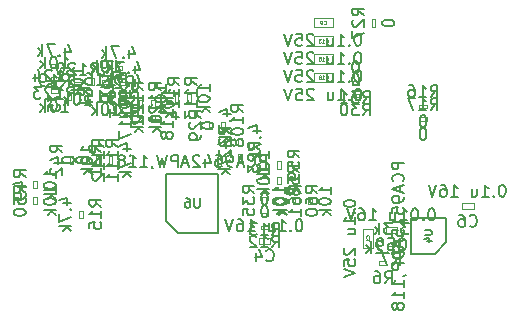
<source format=gbr>
G04 #@! TF.GenerationSoftware,KiCad,Pcbnew,(5.1.5)-3*
G04 #@! TF.CreationDate,2022-01-27T06:12:11+01:00*
G04 #@! TF.ProjectId,Riser Tioga Pass 1OU 1xPCIe x16,52697365-7220-4546-996f-676120506173,rev?*
G04 #@! TF.SameCoordinates,PX40f1fa0PY623a7c0*
G04 #@! TF.FileFunction,Other,Fab,Bot*
%FSLAX46Y46*%
G04 Gerber Fmt 4.6, Leading zero omitted, Abs format (unit mm)*
G04 Created by KiCad (PCBNEW (5.1.5)-3) date 2022-01-27 06:12:11*
%MOMM*%
%LPD*%
G04 APERTURE LIST*
%ADD10C,0.100000*%
%ADD11C,0.150000*%
%ADD12C,0.075000*%
G04 APERTURE END LIST*
D10*
X100000Y-6325000D02*
X100000Y-6925000D01*
X100000Y-6925000D02*
X400000Y-6925000D01*
X400000Y-6925000D02*
X400000Y-6325000D01*
X400000Y-6325000D02*
X100000Y-6325000D01*
X1825000Y-14750000D02*
X1825000Y-15250000D01*
X2825000Y-14750000D02*
X1825000Y-14750000D01*
X2825000Y-15250000D02*
X2825000Y-14750000D01*
X1825000Y-15250000D02*
X2825000Y-15250000D01*
X19025000Y-11825000D02*
X19025000Y-12325000D01*
X20025000Y-11825000D02*
X19025000Y-11825000D01*
X20025000Y-12325000D02*
X20025000Y-11825000D01*
X19025000Y-12325000D02*
X20025000Y-12325000D01*
X12575000Y-14325000D02*
X13575000Y-14325000D01*
X13575000Y-14325000D02*
X13575000Y-13825000D01*
X13575000Y-13825000D02*
X12575000Y-13825000D01*
X12575000Y-13825000D02*
X12575000Y-14325000D01*
X11475000Y-15575000D02*
X11475000Y-13975000D01*
X11475000Y-13975000D02*
X10675000Y-13975000D01*
X10675000Y-13975000D02*
X10675000Y-15575000D01*
X10675000Y-15575000D02*
X11475000Y-15575000D01*
X8100000Y3075000D02*
X8100000Y3875000D01*
X6500000Y3075000D02*
X8100000Y3075000D01*
X6500000Y3875000D02*
X6500000Y3075000D01*
X8100000Y3875000D02*
X6500000Y3875000D01*
X8100000Y2325000D02*
X6500000Y2325000D01*
X6500000Y2325000D02*
X6500000Y1525000D01*
X6500000Y1525000D02*
X8100000Y1525000D01*
X8100000Y1525000D02*
X8100000Y2325000D01*
X8100000Y800000D02*
X6500000Y800000D01*
X6500000Y800000D02*
X6500000Y0D01*
X6500000Y0D02*
X8100000Y0D01*
X8100000Y0D02*
X8100000Y800000D01*
X8125000Y-1550000D02*
X8125000Y-750000D01*
X6525000Y-1550000D02*
X8125000Y-1550000D01*
X6525000Y-750000D02*
X6525000Y-1550000D01*
X8125000Y-750000D02*
X6525000Y-750000D01*
D11*
X-5975000Y-13325000D02*
X-4975000Y-14325000D01*
X-5975000Y-9325000D02*
X-5975000Y-13325000D01*
X-1575000Y-9325000D02*
X-5975000Y-9325000D01*
X-1575000Y-14325000D02*
X-1575000Y-9325000D01*
X-4975000Y-14325000D02*
X-1575000Y-14325000D01*
D10*
X-14325000Y-3100000D02*
X-14025000Y-3100000D01*
X-14325000Y-2500000D02*
X-14325000Y-3100000D01*
X-14025000Y-2500000D02*
X-14325000Y-2500000D01*
X-14025000Y-3100000D02*
X-14025000Y-2500000D01*
X12050000Y-17025000D02*
X12650000Y-17025000D01*
X12650000Y-17025000D02*
X12650000Y-16725000D01*
X12650000Y-16725000D02*
X12050000Y-16725000D01*
X12050000Y-16725000D02*
X12050000Y-17025000D01*
X12775000Y-15150000D02*
X12775000Y-15450000D01*
X13375000Y-15150000D02*
X12775000Y-15150000D01*
X13375000Y-15450000D02*
X13375000Y-15150000D01*
X12775000Y-15450000D02*
X13375000Y-15450000D01*
X2025000Y-14000000D02*
X2625000Y-14000000D01*
X2625000Y-14000000D02*
X2625000Y-13700000D01*
X2625000Y-13700000D02*
X2025000Y-13700000D01*
X2025000Y-13700000D02*
X2025000Y-14000000D01*
X2025000Y-12625000D02*
X2025000Y-12925000D01*
X2625000Y-12625000D02*
X2025000Y-12625000D01*
X2625000Y-12925000D02*
X2625000Y-12625000D01*
X2025000Y-12925000D02*
X2625000Y-12925000D01*
X-13050000Y-13035000D02*
X-13050000Y-12435000D01*
X-13050000Y-12435000D02*
X-13350000Y-12435000D01*
X-13350000Y-12435000D02*
X-13350000Y-13035000D01*
X-13350000Y-13035000D02*
X-13050000Y-13035000D01*
X16050000Y-3775000D02*
X16050000Y-3475000D01*
X15450000Y-3775000D02*
X16050000Y-3775000D01*
X15450000Y-3475000D02*
X15450000Y-3775000D01*
X16050000Y-3475000D02*
X15450000Y-3475000D01*
X16050000Y-4550000D02*
X15450000Y-4550000D01*
X15450000Y-4550000D02*
X15450000Y-4850000D01*
X15450000Y-4850000D02*
X16050000Y-4850000D01*
X16050000Y-4850000D02*
X16050000Y-4550000D01*
X-15775000Y-50000D02*
X-15775000Y-350000D01*
X-15175000Y-50000D02*
X-15775000Y-50000D01*
X-15175000Y-350000D02*
X-15175000Y-50000D01*
X-15775000Y-350000D02*
X-15175000Y-350000D01*
X-10575000Y-7850000D02*
X-10875000Y-7850000D01*
X-10575000Y-8450000D02*
X-10575000Y-7850000D01*
X-10875000Y-8450000D02*
X-10575000Y-8450000D01*
X-10875000Y-7850000D02*
X-10875000Y-8450000D01*
X400000Y-8225000D02*
X400000Y-7625000D01*
X400000Y-7625000D02*
X100000Y-7625000D01*
X100000Y-7625000D02*
X100000Y-8225000D01*
X100000Y-8225000D02*
X400000Y-8225000D01*
X-9900000Y-2625000D02*
X-9900000Y-2925000D01*
X-9300000Y-2625000D02*
X-9900000Y-2625000D01*
X-9300000Y-2925000D02*
X-9300000Y-2625000D01*
X-9900000Y-2925000D02*
X-9300000Y-2925000D01*
X-9900000Y-1825000D02*
X-9300000Y-1825000D01*
X-9300000Y-1825000D02*
X-9300000Y-1525000D01*
X-9300000Y-1525000D02*
X-9900000Y-1525000D01*
X-9900000Y-1525000D02*
X-9900000Y-1825000D01*
X-10350000Y-225000D02*
X-10350000Y-525000D01*
X-9750000Y-225000D02*
X-10350000Y-225000D01*
X-9750000Y-525000D02*
X-9750000Y-225000D01*
X-10350000Y-525000D02*
X-9750000Y-525000D01*
X11400000Y3750000D02*
X11400000Y3150000D01*
X11400000Y3150000D02*
X11700000Y3150000D01*
X11700000Y3150000D02*
X11700000Y3750000D01*
X11700000Y3750000D02*
X11400000Y3750000D01*
X-2100000Y-4915000D02*
X-2400000Y-4915000D01*
X-2100000Y-5515000D02*
X-2100000Y-4915000D01*
X-2400000Y-5515000D02*
X-2100000Y-5515000D01*
X-2400000Y-4915000D02*
X-2400000Y-5515000D01*
X9725000Y-2525000D02*
X9725000Y-2825000D01*
X10325000Y-2525000D02*
X9725000Y-2525000D01*
X10325000Y-2825000D02*
X10325000Y-2525000D01*
X9725000Y-2825000D02*
X10325000Y-2825000D01*
X9725000Y-1775000D02*
X10325000Y-1775000D01*
X10325000Y-1775000D02*
X10325000Y-1475000D01*
X10325000Y-1475000D02*
X9725000Y-1475000D01*
X9725000Y-1475000D02*
X9725000Y-1775000D01*
X2425000Y-11275000D02*
X2125000Y-11275000D01*
X2425000Y-11875000D02*
X2425000Y-11275000D01*
X2125000Y-11875000D02*
X2425000Y-11875000D01*
X2125000Y-11275000D02*
X2125000Y-11875000D01*
X-14150000Y-7850000D02*
X-14150000Y-8450000D01*
X-14150000Y-8450000D02*
X-13850000Y-8450000D01*
X-13850000Y-8450000D02*
X-13850000Y-7850000D01*
X-13850000Y-7850000D02*
X-14150000Y-7850000D01*
X-17250000Y-9950000D02*
X-17250000Y-10550000D01*
X-17250000Y-10550000D02*
X-16950000Y-10550000D01*
X-16950000Y-10550000D02*
X-16950000Y-9950000D01*
X-16950000Y-9950000D02*
X-17250000Y-9950000D01*
X-16950000Y-11300000D02*
X-17250000Y-11300000D01*
X-16950000Y-11900000D02*
X-16950000Y-11300000D01*
X-17250000Y-11900000D02*
X-16950000Y-11900000D01*
X-17250000Y-11300000D02*
X-17250000Y-11900000D01*
X3725000Y-10150000D02*
X3725000Y-9550000D01*
X3725000Y-9550000D02*
X3425000Y-9550000D01*
X3425000Y-9550000D02*
X3425000Y-10150000D01*
X3425000Y-10150000D02*
X3725000Y-10150000D01*
X3425000Y-8875000D02*
X3725000Y-8875000D01*
X3425000Y-8275000D02*
X3425000Y-8875000D01*
X3725000Y-8275000D02*
X3425000Y-8275000D01*
X3725000Y-8875000D02*
X3725000Y-8275000D01*
X5250000Y-11900000D02*
X5250000Y-11300000D01*
X5250000Y-11300000D02*
X4950000Y-11300000D01*
X4950000Y-11300000D02*
X4950000Y-11900000D01*
X4950000Y-11900000D02*
X5250000Y-11900000D01*
X6325000Y-11300000D02*
X6025000Y-11300000D01*
X6325000Y-11900000D02*
X6325000Y-11300000D01*
X6025000Y-11900000D02*
X6325000Y-11900000D01*
X6025000Y-11300000D02*
X6025000Y-11900000D01*
X-1325000Y-5525000D02*
X-1025000Y-5525000D01*
X-1325000Y-4925000D02*
X-1325000Y-5525000D01*
X-1025000Y-4925000D02*
X-1325000Y-4925000D01*
X-1025000Y-5525000D02*
X-1025000Y-4925000D01*
X-11950000Y-8450000D02*
X-11650000Y-8450000D01*
X-11950000Y-7850000D02*
X-11950000Y-8450000D01*
X-11650000Y-7850000D02*
X-11950000Y-7850000D01*
X-11650000Y-8450000D02*
X-11650000Y-7850000D01*
X-12800000Y-8450000D02*
X-12800000Y-7850000D01*
X-12800000Y-7850000D02*
X-13100000Y-7850000D01*
X-13100000Y-7850000D02*
X-13100000Y-8450000D01*
X-13100000Y-8450000D02*
X-12800000Y-8450000D01*
X-4975000Y-3200000D02*
X-4975000Y-2600000D01*
X-4975000Y-2600000D02*
X-5275000Y-2600000D01*
X-5275000Y-2600000D02*
X-5275000Y-3200000D01*
X-5275000Y-3200000D02*
X-4975000Y-3200000D01*
X-3925000Y-2600000D02*
X-4225000Y-2600000D01*
X-3925000Y-3200000D02*
X-3925000Y-2600000D01*
X-4225000Y-3200000D02*
X-3925000Y-3200000D01*
X-4225000Y-2600000D02*
X-4225000Y-3200000D01*
X-11400000Y-1400000D02*
X-11400000Y-1700000D01*
X-10800000Y-1400000D02*
X-11400000Y-1400000D01*
X-10800000Y-1700000D02*
X-10800000Y-1400000D01*
X-11400000Y-1700000D02*
X-10800000Y-1700000D01*
X-10800000Y-2450000D02*
X-11400000Y-2450000D01*
X-11400000Y-2450000D02*
X-11400000Y-2750000D01*
X-11400000Y-2750000D02*
X-10800000Y-2750000D01*
X-10800000Y-2750000D02*
X-10800000Y-2450000D01*
X-8325000Y-4300000D02*
X-8325000Y-4900000D01*
X-8325000Y-4900000D02*
X-8025000Y-4900000D01*
X-8025000Y-4900000D02*
X-8025000Y-4300000D01*
X-8025000Y-4300000D02*
X-8325000Y-4300000D01*
X-7275000Y-4900000D02*
X-6975000Y-4900000D01*
X-7275000Y-4300000D02*
X-7275000Y-4900000D01*
X-6975000Y-4300000D02*
X-7275000Y-4300000D01*
X-6975000Y-4900000D02*
X-6975000Y-4300000D01*
X-12375000Y-1775000D02*
X-12075000Y-1775000D01*
X-12375000Y-1175000D02*
X-12375000Y-1775000D01*
X-12075000Y-1175000D02*
X-12375000Y-1175000D01*
X-12075000Y-1775000D02*
X-12075000Y-1175000D01*
X-13185000Y-1575000D02*
X-13785000Y-1575000D01*
X-13785000Y-1575000D02*
X-13785000Y-1875000D01*
X-13785000Y-1875000D02*
X-13185000Y-1875000D01*
X-13185000Y-1875000D02*
X-13185000Y-1575000D01*
X-8025000Y-3650000D02*
X-8025000Y-3050000D01*
X-8025000Y-3050000D02*
X-8325000Y-3050000D01*
X-8325000Y-3050000D02*
X-8325000Y-3650000D01*
X-8325000Y-3650000D02*
X-8025000Y-3650000D01*
X-6975000Y-3050000D02*
X-7275000Y-3050000D01*
X-6975000Y-3650000D02*
X-6975000Y-3050000D01*
X-7275000Y-3650000D02*
X-6975000Y-3650000D01*
X-7275000Y-3050000D02*
X-7275000Y-3650000D01*
X-15775000Y-1100000D02*
X-15775000Y-1400000D01*
X-15175000Y-1100000D02*
X-15775000Y-1100000D01*
X-15175000Y-1400000D02*
X-15175000Y-1100000D01*
X-15775000Y-1400000D02*
X-15175000Y-1400000D01*
X-15175000Y-2150000D02*
X-15775000Y-2150000D01*
X-15775000Y-2150000D02*
X-15775000Y-2450000D01*
X-15775000Y-2450000D02*
X-15175000Y-2450000D01*
X-15175000Y-2450000D02*
X-15175000Y-2150000D01*
D11*
X16725000Y-16075000D02*
X17725000Y-15075000D01*
X14725000Y-16075000D02*
X16725000Y-16075000D01*
X14725000Y-13075000D02*
X14725000Y-16075000D01*
X17725000Y-13075000D02*
X14725000Y-13075000D01*
X17725000Y-15075000D02*
X17725000Y-13075000D01*
X1335714Y-5696428D02*
X2002380Y-5696428D01*
X954761Y-5458333D02*
X1669047Y-5220238D01*
X1669047Y-5839285D01*
X1907142Y-6220238D02*
X1954761Y-6267857D01*
X2002380Y-6220238D01*
X1954761Y-6172619D01*
X1907142Y-6220238D01*
X2002380Y-6220238D01*
X1002380Y-6601190D02*
X1002380Y-7267857D01*
X2002380Y-6839285D01*
X2002380Y-7648809D02*
X1002380Y-7648809D01*
X1621428Y-7744047D02*
X2002380Y-8029761D01*
X1335714Y-8029761D02*
X1716666Y-7648809D01*
X-547620Y-5982142D02*
X-1023810Y-5648809D01*
X-547620Y-5410714D02*
X-1547620Y-5410714D01*
X-1547620Y-5791666D01*
X-1500000Y-5886904D01*
X-1452381Y-5934523D01*
X-1357143Y-5982142D01*
X-1214286Y-5982142D01*
X-1119048Y-5934523D01*
X-1071429Y-5886904D01*
X-1023810Y-5791666D01*
X-1023810Y-5410714D01*
X-1452381Y-6363095D02*
X-1500000Y-6410714D01*
X-1547620Y-6505952D01*
X-1547620Y-6744047D01*
X-1500000Y-6839285D01*
X-1452381Y-6886904D01*
X-1357143Y-6934523D01*
X-1261905Y-6934523D01*
X-1119048Y-6886904D01*
X-547620Y-6315476D01*
X-547620Y-6934523D01*
X-1452381Y-7315476D02*
X-1500000Y-7363095D01*
X-1547620Y-7458333D01*
X-1547620Y-7696428D01*
X-1500000Y-7791666D01*
X-1452381Y-7839285D01*
X-1357143Y-7886904D01*
X-1261905Y-7886904D01*
X-1119048Y-7839285D01*
X-547620Y-7267857D01*
X-547620Y-7886904D01*
X5301190Y-13182380D02*
X5205952Y-13182380D01*
X5110714Y-13230000D01*
X5063095Y-13277619D01*
X5015476Y-13372857D01*
X4967857Y-13563333D01*
X4967857Y-13801428D01*
X5015476Y-13991904D01*
X5063095Y-14087142D01*
X5110714Y-14134761D01*
X5205952Y-14182380D01*
X5301190Y-14182380D01*
X5396428Y-14134761D01*
X5444047Y-14087142D01*
X5491666Y-13991904D01*
X5539285Y-13801428D01*
X5539285Y-13563333D01*
X5491666Y-13372857D01*
X5444047Y-13277619D01*
X5396428Y-13230000D01*
X5301190Y-13182380D01*
X4539285Y-14087142D02*
X4491666Y-14134761D01*
X4539285Y-14182380D01*
X4586904Y-14134761D01*
X4539285Y-14087142D01*
X4539285Y-14182380D01*
X3539285Y-14182380D02*
X4110714Y-14182380D01*
X3825000Y-14182380D02*
X3825000Y-13182380D01*
X3920238Y-13325238D01*
X4015476Y-13420476D01*
X4110714Y-13468095D01*
X2682142Y-13515714D02*
X2682142Y-14182380D01*
X3110714Y-13515714D02*
X3110714Y-14039523D01*
X3063095Y-14134761D01*
X2967857Y-14182380D01*
X2825000Y-14182380D01*
X2729761Y-14134761D01*
X2682142Y-14087142D01*
X920238Y-14182380D02*
X1491666Y-14182380D01*
X1205952Y-14182380D02*
X1205952Y-13182380D01*
X1301190Y-13325238D01*
X1396428Y-13420476D01*
X1491666Y-13468095D01*
X63095Y-13182380D02*
X253571Y-13182380D01*
X348809Y-13230000D01*
X396428Y-13277619D01*
X491666Y-13420476D01*
X539285Y-13610952D01*
X539285Y-13991904D01*
X491666Y-14087142D01*
X444047Y-14134761D01*
X348809Y-14182380D01*
X158333Y-14182380D01*
X63095Y-14134761D01*
X15476Y-14087142D01*
X-32143Y-13991904D01*
X-32143Y-13753809D01*
X15476Y-13658571D01*
X63095Y-13610952D01*
X158333Y-13563333D01*
X348809Y-13563333D01*
X444047Y-13610952D01*
X491666Y-13658571D01*
X539285Y-13753809D01*
X-317858Y-13182380D02*
X-651191Y-14182380D01*
X-984524Y-13182380D01*
X2491666Y-16627142D02*
X2539285Y-16674761D01*
X2682142Y-16722380D01*
X2777380Y-16722380D01*
X2920238Y-16674761D01*
X3015476Y-16579523D01*
X3063095Y-16484285D01*
X3110714Y-16293809D01*
X3110714Y-16150952D01*
X3063095Y-15960476D01*
X3015476Y-15865238D01*
X2920238Y-15770000D01*
X2777380Y-15722380D01*
X2682142Y-15722380D01*
X2539285Y-15770000D01*
X2491666Y-15817619D01*
X1634523Y-16055714D02*
X1634523Y-16722380D01*
X1872619Y-15674761D02*
X2110714Y-16389047D01*
X1491666Y-16389047D01*
X22501190Y-10257380D02*
X22405952Y-10257380D01*
X22310714Y-10305000D01*
X22263095Y-10352619D01*
X22215476Y-10447857D01*
X22167857Y-10638333D01*
X22167857Y-10876428D01*
X22215476Y-11066904D01*
X22263095Y-11162142D01*
X22310714Y-11209761D01*
X22405952Y-11257380D01*
X22501190Y-11257380D01*
X22596428Y-11209761D01*
X22644047Y-11162142D01*
X22691666Y-11066904D01*
X22739285Y-10876428D01*
X22739285Y-10638333D01*
X22691666Y-10447857D01*
X22644047Y-10352619D01*
X22596428Y-10305000D01*
X22501190Y-10257380D01*
X21739285Y-11162142D02*
X21691666Y-11209761D01*
X21739285Y-11257380D01*
X21786904Y-11209761D01*
X21739285Y-11162142D01*
X21739285Y-11257380D01*
X20739285Y-11257380D02*
X21310714Y-11257380D01*
X21025000Y-11257380D02*
X21025000Y-10257380D01*
X21120238Y-10400238D01*
X21215476Y-10495476D01*
X21310714Y-10543095D01*
X19882142Y-10590714D02*
X19882142Y-11257380D01*
X20310714Y-10590714D02*
X20310714Y-11114523D01*
X20263095Y-11209761D01*
X20167857Y-11257380D01*
X20025000Y-11257380D01*
X19929761Y-11209761D01*
X19882142Y-11162142D01*
X18120238Y-11257380D02*
X18691666Y-11257380D01*
X18405952Y-11257380D02*
X18405952Y-10257380D01*
X18501190Y-10400238D01*
X18596428Y-10495476D01*
X18691666Y-10543095D01*
X17263095Y-10257380D02*
X17453571Y-10257380D01*
X17548809Y-10305000D01*
X17596428Y-10352619D01*
X17691666Y-10495476D01*
X17739285Y-10685952D01*
X17739285Y-11066904D01*
X17691666Y-11162142D01*
X17644047Y-11209761D01*
X17548809Y-11257380D01*
X17358333Y-11257380D01*
X17263095Y-11209761D01*
X17215476Y-11162142D01*
X17167857Y-11066904D01*
X17167857Y-10828809D01*
X17215476Y-10733571D01*
X17263095Y-10685952D01*
X17358333Y-10638333D01*
X17548809Y-10638333D01*
X17644047Y-10685952D01*
X17691666Y-10733571D01*
X17739285Y-10828809D01*
X16882142Y-10257380D02*
X16548809Y-11257380D01*
X16215476Y-10257380D01*
X19691666Y-13702142D02*
X19739285Y-13749761D01*
X19882142Y-13797380D01*
X19977380Y-13797380D01*
X20120238Y-13749761D01*
X20215476Y-13654523D01*
X20263095Y-13559285D01*
X20310714Y-13368809D01*
X20310714Y-13225952D01*
X20263095Y-13035476D01*
X20215476Y-12940238D01*
X20120238Y-12845000D01*
X19977380Y-12797380D01*
X19882142Y-12797380D01*
X19739285Y-12845000D01*
X19691666Y-12892619D01*
X18834523Y-12797380D02*
X19025000Y-12797380D01*
X19120238Y-12845000D01*
X19167857Y-12892619D01*
X19263095Y-13035476D01*
X19310714Y-13225952D01*
X19310714Y-13606904D01*
X19263095Y-13702142D01*
X19215476Y-13749761D01*
X19120238Y-13797380D01*
X18929761Y-13797380D01*
X18834523Y-13749761D01*
X18786904Y-13702142D01*
X18739285Y-13606904D01*
X18739285Y-13368809D01*
X18786904Y-13273571D01*
X18834523Y-13225952D01*
X18929761Y-13178333D01*
X19120238Y-13178333D01*
X19215476Y-13225952D01*
X19263095Y-13273571D01*
X19310714Y-13368809D01*
X16527380Y-12257380D02*
X16432142Y-12257380D01*
X16336904Y-12305000D01*
X16289285Y-12352619D01*
X16241666Y-12447857D01*
X16194047Y-12638333D01*
X16194047Y-12876428D01*
X16241666Y-13066904D01*
X16289285Y-13162142D01*
X16336904Y-13209761D01*
X16432142Y-13257380D01*
X16527380Y-13257380D01*
X16622619Y-13209761D01*
X16670238Y-13162142D01*
X16717857Y-13066904D01*
X16765476Y-12876428D01*
X16765476Y-12638333D01*
X16717857Y-12447857D01*
X16670238Y-12352619D01*
X16622619Y-12305000D01*
X16527380Y-12257380D01*
X15765476Y-13162142D02*
X15717857Y-13209761D01*
X15765476Y-13257380D01*
X15813095Y-13209761D01*
X15765476Y-13162142D01*
X15765476Y-13257380D01*
X15098809Y-12257380D02*
X15003571Y-12257380D01*
X14908333Y-12305000D01*
X14860714Y-12352619D01*
X14813095Y-12447857D01*
X14765476Y-12638333D01*
X14765476Y-12876428D01*
X14813095Y-13066904D01*
X14860714Y-13162142D01*
X14908333Y-13209761D01*
X15003571Y-13257380D01*
X15098809Y-13257380D01*
X15194047Y-13209761D01*
X15241666Y-13162142D01*
X15289285Y-13066904D01*
X15336904Y-12876428D01*
X15336904Y-12638333D01*
X15289285Y-12447857D01*
X15241666Y-12352619D01*
X15194047Y-12305000D01*
X15098809Y-12257380D01*
X13813095Y-13257380D02*
X14384523Y-13257380D01*
X14098809Y-13257380D02*
X14098809Y-12257380D01*
X14194047Y-12400238D01*
X14289285Y-12495476D01*
X14384523Y-12543095D01*
X12955952Y-12590714D02*
X12955952Y-13257380D01*
X13384523Y-12590714D02*
X13384523Y-13114523D01*
X13336904Y-13209761D01*
X13241666Y-13257380D01*
X13098809Y-13257380D01*
X13003571Y-13209761D01*
X12955952Y-13162142D01*
X11194047Y-13257380D02*
X11765476Y-13257380D01*
X11479761Y-13257380D02*
X11479761Y-12257380D01*
X11574999Y-12400238D01*
X11670238Y-12495476D01*
X11765476Y-12543095D01*
X10336904Y-12257380D02*
X10527380Y-12257380D01*
X10622619Y-12305000D01*
X10670238Y-12352619D01*
X10765476Y-12495476D01*
X10813095Y-12685952D01*
X10813095Y-13066904D01*
X10765476Y-13162142D01*
X10717857Y-13209761D01*
X10622619Y-13257380D01*
X10432142Y-13257380D01*
X10336904Y-13209761D01*
X10289285Y-13162142D01*
X10241666Y-13066904D01*
X10241666Y-12828809D01*
X10289285Y-12733571D01*
X10336904Y-12685952D01*
X10432142Y-12638333D01*
X10622619Y-12638333D01*
X10717857Y-12685952D01*
X10765476Y-12733571D01*
X10813095Y-12828809D01*
X9955952Y-12257380D02*
X9622619Y-13257380D01*
X9289285Y-12257380D01*
X13717857Y-15702142D02*
X13765476Y-15749761D01*
X13908333Y-15797380D01*
X14003571Y-15797380D01*
X14146428Y-15749761D01*
X14241666Y-15654523D01*
X14289285Y-15559285D01*
X14336904Y-15368809D01*
X14336904Y-15225952D01*
X14289285Y-15035476D01*
X14241666Y-14940238D01*
X14146428Y-14845000D01*
X14003571Y-14797380D01*
X13908333Y-14797380D01*
X13765476Y-14845000D01*
X13717857Y-14892619D01*
X12813095Y-14797380D02*
X13289285Y-14797380D01*
X13336904Y-15273571D01*
X13289285Y-15225952D01*
X13194047Y-15178333D01*
X12955952Y-15178333D01*
X12860714Y-15225952D01*
X12813095Y-15273571D01*
X12765476Y-15368809D01*
X12765476Y-15606904D01*
X12813095Y-15702142D01*
X12860714Y-15749761D01*
X12955952Y-15797380D01*
X13194047Y-15797380D01*
X13289285Y-15749761D01*
X13336904Y-15702142D01*
X12289285Y-15797380D02*
X12098809Y-15797380D01*
X12003571Y-15749761D01*
X11955952Y-15702142D01*
X11860714Y-15559285D01*
X11813095Y-15368809D01*
X11813095Y-14987857D01*
X11860714Y-14892619D01*
X11908333Y-14845000D01*
X12003571Y-14797380D01*
X12194047Y-14797380D01*
X12289285Y-14845000D01*
X12336904Y-14892619D01*
X12384523Y-14987857D01*
X12384523Y-15225952D01*
X12336904Y-15321190D01*
X12289285Y-15368809D01*
X12194047Y-15416428D01*
X12003571Y-15416428D01*
X11908333Y-15368809D01*
X11860714Y-15321190D01*
X11813095Y-15225952D01*
X9027380Y-11798809D02*
X9027380Y-11894047D01*
X9075000Y-11989285D01*
X9122619Y-12036904D01*
X9217857Y-12084523D01*
X9408333Y-12132142D01*
X9646428Y-12132142D01*
X9836904Y-12084523D01*
X9932142Y-12036904D01*
X9979761Y-11989285D01*
X10027380Y-11894047D01*
X10027380Y-11798809D01*
X9979761Y-11703571D01*
X9932142Y-11655952D01*
X9836904Y-11608333D01*
X9646428Y-11560714D01*
X9408333Y-11560714D01*
X9217857Y-11608333D01*
X9122619Y-11655952D01*
X9075000Y-11703571D01*
X9027380Y-11798809D01*
X9932142Y-12560714D02*
X9979761Y-12608333D01*
X10027380Y-12560714D01*
X9979761Y-12513095D01*
X9932142Y-12560714D01*
X10027380Y-12560714D01*
X10027380Y-13560714D02*
X10027380Y-12989285D01*
X10027380Y-13275000D02*
X9027380Y-13275000D01*
X9170238Y-13179761D01*
X9265476Y-13084523D01*
X9313095Y-12989285D01*
X9360714Y-14417857D02*
X10027380Y-14417857D01*
X9360714Y-13989285D02*
X9884523Y-13989285D01*
X9979761Y-14036904D01*
X10027380Y-14132142D01*
X10027380Y-14275000D01*
X9979761Y-14370238D01*
X9932142Y-14417857D01*
X9122619Y-15608333D02*
X9075000Y-15655952D01*
X9027380Y-15751190D01*
X9027380Y-15989285D01*
X9075000Y-16084523D01*
X9122619Y-16132142D01*
X9217857Y-16179761D01*
X9313095Y-16179761D01*
X9455952Y-16132142D01*
X10027380Y-15560714D01*
X10027380Y-16179761D01*
X9027380Y-17084523D02*
X9027380Y-16608333D01*
X9503571Y-16560714D01*
X9455952Y-16608333D01*
X9408333Y-16703571D01*
X9408333Y-16941666D01*
X9455952Y-17036904D01*
X9503571Y-17084523D01*
X9598809Y-17132142D01*
X9836904Y-17132142D01*
X9932142Y-17084523D01*
X9979761Y-17036904D01*
X10027380Y-16941666D01*
X10027380Y-16703571D01*
X9979761Y-16608333D01*
X9932142Y-16560714D01*
X9027380Y-17417857D02*
X10027380Y-17751190D01*
X9027380Y-18084523D01*
D12*
X11182142Y-14725000D02*
X11196428Y-14710714D01*
X11210714Y-14667857D01*
X11210714Y-14639285D01*
X11196428Y-14596428D01*
X11167857Y-14567857D01*
X11139285Y-14553571D01*
X11082142Y-14539285D01*
X11039285Y-14539285D01*
X10982142Y-14553571D01*
X10953571Y-14567857D01*
X10925000Y-14596428D01*
X10910714Y-14639285D01*
X10910714Y-14667857D01*
X10925000Y-14710714D01*
X10939285Y-14725000D01*
X11210714Y-15010714D02*
X11210714Y-14839285D01*
X11210714Y-14925000D02*
X10910714Y-14925000D01*
X10953571Y-14896428D01*
X10982142Y-14867857D01*
X10996428Y-14839285D01*
D11*
X10276190Y2522620D02*
X10180952Y2522620D01*
X10085714Y2475000D01*
X10038095Y2427381D01*
X9990476Y2332143D01*
X9942857Y2141667D01*
X9942857Y1903572D01*
X9990476Y1713096D01*
X10038095Y1617858D01*
X10085714Y1570239D01*
X10180952Y1522620D01*
X10276190Y1522620D01*
X10371428Y1570239D01*
X10419047Y1617858D01*
X10466666Y1713096D01*
X10514285Y1903572D01*
X10514285Y2141667D01*
X10466666Y2332143D01*
X10419047Y2427381D01*
X10371428Y2475000D01*
X10276190Y2522620D01*
X9514285Y1617858D02*
X9466666Y1570239D01*
X9514285Y1522620D01*
X9561904Y1570239D01*
X9514285Y1617858D01*
X9514285Y1522620D01*
X8514285Y1522620D02*
X9085714Y1522620D01*
X8800000Y1522620D02*
X8800000Y2522620D01*
X8895238Y2379762D01*
X8990476Y2284524D01*
X9085714Y2236905D01*
X7657142Y2189286D02*
X7657142Y1522620D01*
X8085714Y2189286D02*
X8085714Y1665477D01*
X8038095Y1570239D01*
X7942857Y1522620D01*
X7800000Y1522620D01*
X7704761Y1570239D01*
X7657142Y1617858D01*
X6466666Y2427381D02*
X6419047Y2475000D01*
X6323809Y2522620D01*
X6085714Y2522620D01*
X5990476Y2475000D01*
X5942857Y2427381D01*
X5895238Y2332143D01*
X5895238Y2236905D01*
X5942857Y2094048D01*
X6514285Y1522620D01*
X5895238Y1522620D01*
X4990476Y2522620D02*
X5466666Y2522620D01*
X5514285Y2046429D01*
X5466666Y2094048D01*
X5371428Y2141667D01*
X5133333Y2141667D01*
X5038095Y2094048D01*
X4990476Y2046429D01*
X4942857Y1951191D01*
X4942857Y1713096D01*
X4990476Y1617858D01*
X5038095Y1570239D01*
X5133333Y1522620D01*
X5371428Y1522620D01*
X5466666Y1570239D01*
X5514285Y1617858D01*
X4657142Y2522620D02*
X4323809Y1522620D01*
X3990476Y2522620D01*
D12*
X7350000Y3367858D02*
X7364285Y3353572D01*
X7407142Y3339286D01*
X7435714Y3339286D01*
X7478571Y3353572D01*
X7507142Y3382143D01*
X7521428Y3410715D01*
X7535714Y3467858D01*
X7535714Y3510715D01*
X7521428Y3567858D01*
X7507142Y3596429D01*
X7478571Y3625000D01*
X7435714Y3639286D01*
X7407142Y3639286D01*
X7364285Y3625000D01*
X7350000Y3610715D01*
X7207142Y3339286D02*
X7150000Y3339286D01*
X7121428Y3353572D01*
X7107142Y3367858D01*
X7078571Y3410715D01*
X7064285Y3467858D01*
X7064285Y3582143D01*
X7078571Y3610715D01*
X7092857Y3625000D01*
X7121428Y3639286D01*
X7178571Y3639286D01*
X7207142Y3625000D01*
X7221428Y3610715D01*
X7235714Y3582143D01*
X7235714Y3510715D01*
X7221428Y3482143D01*
X7207142Y3467858D01*
X7178571Y3453572D01*
X7121428Y3453572D01*
X7092857Y3467858D01*
X7078571Y3482143D01*
X7064285Y3510715D01*
D11*
X10276190Y972620D02*
X10180952Y972620D01*
X10085714Y925000D01*
X10038095Y877381D01*
X9990476Y782143D01*
X9942857Y591667D01*
X9942857Y353572D01*
X9990476Y163096D01*
X10038095Y67858D01*
X10085714Y20239D01*
X10180952Y-27380D01*
X10276190Y-27380D01*
X10371428Y20239D01*
X10419047Y67858D01*
X10466666Y163096D01*
X10514285Y353572D01*
X10514285Y591667D01*
X10466666Y782143D01*
X10419047Y877381D01*
X10371428Y925000D01*
X10276190Y972620D01*
X9514285Y67858D02*
X9466666Y20239D01*
X9514285Y-27380D01*
X9561904Y20239D01*
X9514285Y67858D01*
X9514285Y-27380D01*
X8514285Y-27380D02*
X9085714Y-27380D01*
X8800000Y-27380D02*
X8800000Y972620D01*
X8895238Y829762D01*
X8990476Y734524D01*
X9085714Y686905D01*
X7657142Y639286D02*
X7657142Y-27380D01*
X8085714Y639286D02*
X8085714Y115477D01*
X8038095Y20239D01*
X7942857Y-27380D01*
X7800000Y-27380D01*
X7704761Y20239D01*
X7657142Y67858D01*
X6466666Y877381D02*
X6419047Y925000D01*
X6323809Y972620D01*
X6085714Y972620D01*
X5990476Y925000D01*
X5942857Y877381D01*
X5895238Y782143D01*
X5895238Y686905D01*
X5942857Y544048D01*
X6514285Y-27380D01*
X5895238Y-27380D01*
X4990476Y972620D02*
X5466666Y972620D01*
X5514285Y496429D01*
X5466666Y544048D01*
X5371428Y591667D01*
X5133333Y591667D01*
X5038095Y544048D01*
X4990476Y496429D01*
X4942857Y401191D01*
X4942857Y163096D01*
X4990476Y67858D01*
X5038095Y20239D01*
X5133333Y-27380D01*
X5371428Y-27380D01*
X5466666Y20239D01*
X5514285Y67858D01*
X4657142Y972620D02*
X4323809Y-27380D01*
X3990476Y972620D01*
D12*
X7492857Y1817858D02*
X7507142Y1803572D01*
X7550000Y1789286D01*
X7578571Y1789286D01*
X7621428Y1803572D01*
X7650000Y1832143D01*
X7664285Y1860715D01*
X7678571Y1917858D01*
X7678571Y1960715D01*
X7664285Y2017858D01*
X7650000Y2046429D01*
X7621428Y2075000D01*
X7578571Y2089286D01*
X7550000Y2089286D01*
X7507142Y2075000D01*
X7492857Y2060715D01*
X7207142Y1789286D02*
X7378571Y1789286D01*
X7292857Y1789286D02*
X7292857Y2089286D01*
X7321428Y2046429D01*
X7350000Y2017858D01*
X7378571Y2003572D01*
X7107142Y2089286D02*
X6921428Y2089286D01*
X7021428Y1975000D01*
X6978571Y1975000D01*
X6950000Y1960715D01*
X6935714Y1946429D01*
X6921428Y1917858D01*
X6921428Y1846429D01*
X6935714Y1817858D01*
X6950000Y1803572D01*
X6978571Y1789286D01*
X7064285Y1789286D01*
X7092857Y1803572D01*
X7107142Y1817858D01*
D11*
X10276190Y-552380D02*
X10180952Y-552380D01*
X10085714Y-600000D01*
X10038095Y-647619D01*
X9990476Y-742857D01*
X9942857Y-933333D01*
X9942857Y-1171428D01*
X9990476Y-1361904D01*
X10038095Y-1457142D01*
X10085714Y-1504761D01*
X10180952Y-1552380D01*
X10276190Y-1552380D01*
X10371428Y-1504761D01*
X10419047Y-1457142D01*
X10466666Y-1361904D01*
X10514285Y-1171428D01*
X10514285Y-933333D01*
X10466666Y-742857D01*
X10419047Y-647619D01*
X10371428Y-600000D01*
X10276190Y-552380D01*
X9514285Y-1457142D02*
X9466666Y-1504761D01*
X9514285Y-1552380D01*
X9561904Y-1504761D01*
X9514285Y-1457142D01*
X9514285Y-1552380D01*
X8514285Y-1552380D02*
X9085714Y-1552380D01*
X8800000Y-1552380D02*
X8800000Y-552380D01*
X8895238Y-695238D01*
X8990476Y-790476D01*
X9085714Y-838095D01*
X7657142Y-885714D02*
X7657142Y-1552380D01*
X8085714Y-885714D02*
X8085714Y-1409523D01*
X8038095Y-1504761D01*
X7942857Y-1552380D01*
X7800000Y-1552380D01*
X7704761Y-1504761D01*
X7657142Y-1457142D01*
X6466666Y-647619D02*
X6419047Y-600000D01*
X6323809Y-552380D01*
X6085714Y-552380D01*
X5990476Y-600000D01*
X5942857Y-647619D01*
X5895238Y-742857D01*
X5895238Y-838095D01*
X5942857Y-980952D01*
X6514285Y-1552380D01*
X5895238Y-1552380D01*
X4990476Y-552380D02*
X5466666Y-552380D01*
X5514285Y-1028571D01*
X5466666Y-980952D01*
X5371428Y-933333D01*
X5133333Y-933333D01*
X5038095Y-980952D01*
X4990476Y-1028571D01*
X4942857Y-1123809D01*
X4942857Y-1361904D01*
X4990476Y-1457142D01*
X5038095Y-1504761D01*
X5133333Y-1552380D01*
X5371428Y-1552380D01*
X5466666Y-1504761D01*
X5514285Y-1457142D01*
X4657142Y-552380D02*
X4323809Y-1552380D01*
X3990476Y-552380D01*
D12*
X7492857Y292858D02*
X7507142Y278572D01*
X7550000Y264286D01*
X7578571Y264286D01*
X7621428Y278572D01*
X7650000Y307143D01*
X7664285Y335715D01*
X7678571Y392858D01*
X7678571Y435715D01*
X7664285Y492858D01*
X7650000Y521429D01*
X7621428Y550000D01*
X7578571Y564286D01*
X7550000Y564286D01*
X7507142Y550000D01*
X7492857Y535715D01*
X7207142Y264286D02*
X7378571Y264286D01*
X7292857Y264286D02*
X7292857Y564286D01*
X7321428Y521429D01*
X7350000Y492858D01*
X7378571Y478572D01*
X6935714Y564286D02*
X7078571Y564286D01*
X7092857Y421429D01*
X7078571Y435715D01*
X7050000Y450000D01*
X6978571Y450000D01*
X6950000Y435715D01*
X6935714Y421429D01*
X6921428Y392858D01*
X6921428Y321429D01*
X6935714Y292858D01*
X6950000Y278572D01*
X6978571Y264286D01*
X7050000Y264286D01*
X7078571Y278572D01*
X7092857Y292858D01*
D11*
X10301190Y-2102380D02*
X10205952Y-2102380D01*
X10110714Y-2150000D01*
X10063095Y-2197619D01*
X10015476Y-2292857D01*
X9967857Y-2483333D01*
X9967857Y-2721428D01*
X10015476Y-2911904D01*
X10063095Y-3007142D01*
X10110714Y-3054761D01*
X10205952Y-3102380D01*
X10301190Y-3102380D01*
X10396428Y-3054761D01*
X10444047Y-3007142D01*
X10491666Y-2911904D01*
X10539285Y-2721428D01*
X10539285Y-2483333D01*
X10491666Y-2292857D01*
X10444047Y-2197619D01*
X10396428Y-2150000D01*
X10301190Y-2102380D01*
X9539285Y-3007142D02*
X9491666Y-3054761D01*
X9539285Y-3102380D01*
X9586904Y-3054761D01*
X9539285Y-3007142D01*
X9539285Y-3102380D01*
X8539285Y-3102380D02*
X9110714Y-3102380D01*
X8825000Y-3102380D02*
X8825000Y-2102380D01*
X8920238Y-2245238D01*
X9015476Y-2340476D01*
X9110714Y-2388095D01*
X7682142Y-2435714D02*
X7682142Y-3102380D01*
X8110714Y-2435714D02*
X8110714Y-2959523D01*
X8063095Y-3054761D01*
X7967857Y-3102380D01*
X7825000Y-3102380D01*
X7729761Y-3054761D01*
X7682142Y-3007142D01*
X6491666Y-2197619D02*
X6444047Y-2150000D01*
X6348809Y-2102380D01*
X6110714Y-2102380D01*
X6015476Y-2150000D01*
X5967857Y-2197619D01*
X5920238Y-2292857D01*
X5920238Y-2388095D01*
X5967857Y-2530952D01*
X6539285Y-3102380D01*
X5920238Y-3102380D01*
X5015476Y-2102380D02*
X5491666Y-2102380D01*
X5539285Y-2578571D01*
X5491666Y-2530952D01*
X5396428Y-2483333D01*
X5158333Y-2483333D01*
X5063095Y-2530952D01*
X5015476Y-2578571D01*
X4967857Y-2673809D01*
X4967857Y-2911904D01*
X5015476Y-3007142D01*
X5063095Y-3054761D01*
X5158333Y-3102380D01*
X5396428Y-3102380D01*
X5491666Y-3054761D01*
X5539285Y-3007142D01*
X4682142Y-2102380D02*
X4348809Y-3102380D01*
X4015476Y-2102380D01*
D12*
X7517857Y-1257142D02*
X7532142Y-1271428D01*
X7575000Y-1285714D01*
X7603571Y-1285714D01*
X7646428Y-1271428D01*
X7675000Y-1242857D01*
X7689285Y-1214285D01*
X7703571Y-1157142D01*
X7703571Y-1114285D01*
X7689285Y-1057142D01*
X7675000Y-1028571D01*
X7646428Y-1000000D01*
X7603571Y-985714D01*
X7575000Y-985714D01*
X7532142Y-1000000D01*
X7517857Y-1014285D01*
X7232142Y-1285714D02*
X7403571Y-1285714D01*
X7317857Y-1285714D02*
X7317857Y-985714D01*
X7346428Y-1028571D01*
X7375000Y-1057142D01*
X7403571Y-1071428D01*
X7060714Y-1114285D02*
X7089285Y-1100000D01*
X7103571Y-1085714D01*
X7117857Y-1057142D01*
X7117857Y-1042857D01*
X7103571Y-1014285D01*
X7089285Y-1000000D01*
X7060714Y-985714D01*
X7003571Y-985714D01*
X6975000Y-1000000D01*
X6960714Y-1014285D01*
X6946428Y-1042857D01*
X6946428Y-1057142D01*
X6960714Y-1085714D01*
X6975000Y-1100000D01*
X7003571Y-1114285D01*
X7060714Y-1114285D01*
X7089285Y-1128571D01*
X7103571Y-1142857D01*
X7117857Y-1171428D01*
X7117857Y-1228571D01*
X7103571Y-1257142D01*
X7089285Y-1271428D01*
X7060714Y-1285714D01*
X7003571Y-1285714D01*
X6975000Y-1271428D01*
X6960714Y-1257142D01*
X6946428Y-1228571D01*
X6946428Y-1171428D01*
X6960714Y-1142857D01*
X6975000Y-1128571D01*
X7003571Y-1114285D01*
D11*
X2486904Y-8727380D02*
X2486904Y-7727380D01*
X2105952Y-7727380D01*
X2010714Y-7775000D01*
X1963095Y-7822619D01*
X1915476Y-7917857D01*
X1915476Y-8060714D01*
X1963095Y-8155952D01*
X2010714Y-8203571D01*
X2105952Y-8251190D01*
X2486904Y-8251190D01*
X915476Y-8632142D02*
X963095Y-8679761D01*
X1105952Y-8727380D01*
X1201190Y-8727380D01*
X1344047Y-8679761D01*
X1439285Y-8584523D01*
X1486904Y-8489285D01*
X1534523Y-8298809D01*
X1534523Y-8155952D01*
X1486904Y-7965476D01*
X1439285Y-7870238D01*
X1344047Y-7775000D01*
X1201190Y-7727380D01*
X1105952Y-7727380D01*
X963095Y-7775000D01*
X915476Y-7822619D01*
X534523Y-8441666D02*
X58333Y-8441666D01*
X629761Y-8727380D02*
X296428Y-7727380D01*
X-36905Y-8727380D01*
X-417858Y-8727380D02*
X-608334Y-8727380D01*
X-703572Y-8679761D01*
X-751191Y-8632142D01*
X-846429Y-8489285D01*
X-894048Y-8298809D01*
X-894048Y-7917857D01*
X-846429Y-7822619D01*
X-798810Y-7775000D01*
X-703572Y-7727380D01*
X-513096Y-7727380D01*
X-417858Y-7775000D01*
X-370239Y-7822619D01*
X-322620Y-7917857D01*
X-322620Y-8155952D01*
X-370239Y-8251190D01*
X-417858Y-8298809D01*
X-513096Y-8346428D01*
X-703572Y-8346428D01*
X-798810Y-8298809D01*
X-846429Y-8251190D01*
X-894048Y-8155952D01*
X-1798810Y-7727380D02*
X-1322620Y-7727380D01*
X-1275000Y-8203571D01*
X-1322620Y-8155952D01*
X-1417858Y-8108333D01*
X-1655953Y-8108333D01*
X-1751191Y-8155952D01*
X-1798810Y-8203571D01*
X-1846429Y-8298809D01*
X-1846429Y-8536904D01*
X-1798810Y-8632142D01*
X-1751191Y-8679761D01*
X-1655953Y-8727380D01*
X-1417858Y-8727380D01*
X-1322620Y-8679761D01*
X-1275000Y-8632142D01*
X-2703572Y-8060714D02*
X-2703572Y-8727380D01*
X-2465477Y-7679761D02*
X-2227381Y-8394047D01*
X-2846429Y-8394047D01*
X-3179762Y-7822619D02*
X-3227381Y-7775000D01*
X-3322620Y-7727380D01*
X-3560715Y-7727380D01*
X-3655953Y-7775000D01*
X-3703572Y-7822619D01*
X-3751191Y-7917857D01*
X-3751191Y-8013095D01*
X-3703572Y-8155952D01*
X-3132143Y-8727380D01*
X-3751191Y-8727380D01*
X-4132143Y-8441666D02*
X-4608334Y-8441666D01*
X-4036905Y-8727380D02*
X-4370239Y-7727380D01*
X-4703572Y-8727380D01*
X-5036905Y-8727380D02*
X-5036905Y-7727380D01*
X-5417858Y-7727380D01*
X-5513096Y-7775000D01*
X-5560715Y-7822619D01*
X-5608334Y-7917857D01*
X-5608334Y-8060714D01*
X-5560715Y-8155952D01*
X-5513096Y-8203571D01*
X-5417858Y-8251190D01*
X-5036905Y-8251190D01*
X-5941667Y-7727380D02*
X-6179762Y-8727380D01*
X-6370239Y-8013095D01*
X-6560715Y-8727380D01*
X-6798810Y-7727380D01*
X-7227381Y-8679761D02*
X-7227381Y-8727380D01*
X-7179762Y-8822619D01*
X-7132143Y-8870238D01*
X-8179762Y-8727380D02*
X-7608334Y-8727380D01*
X-7894048Y-8727380D02*
X-7894048Y-7727380D01*
X-7798810Y-7870238D01*
X-7703572Y-7965476D01*
X-7608334Y-8013095D01*
X-9132143Y-8727380D02*
X-8560715Y-8727380D01*
X-8846429Y-8727380D02*
X-8846429Y-7727380D01*
X-8751191Y-7870238D01*
X-8655953Y-7965476D01*
X-8560715Y-8013095D01*
X-9703572Y-8155952D02*
X-9608334Y-8108333D01*
X-9560715Y-8060714D01*
X-9513096Y-7965476D01*
X-9513096Y-7917857D01*
X-9560715Y-7822619D01*
X-9608334Y-7775000D01*
X-9703572Y-7727380D01*
X-9894048Y-7727380D01*
X-9989286Y-7775000D01*
X-10036905Y-7822619D01*
X-10084524Y-7917857D01*
X-10084524Y-7965476D01*
X-10036905Y-8060714D01*
X-9989286Y-8108333D01*
X-9894048Y-8155952D01*
X-9703572Y-8155952D01*
X-9608334Y-8203571D01*
X-9560715Y-8251190D01*
X-9513096Y-8346428D01*
X-9513096Y-8536904D01*
X-9560715Y-8632142D01*
X-9608334Y-8679761D01*
X-9703572Y-8727380D01*
X-9894048Y-8727380D01*
X-9989286Y-8679761D01*
X-10036905Y-8632142D01*
X-10084524Y-8536904D01*
X-10084524Y-8346428D01*
X-10036905Y-8251190D01*
X-9989286Y-8203571D01*
X-9894048Y-8155952D01*
X-3165477Y-11386904D02*
X-3165477Y-12034523D01*
X-3203572Y-12110714D01*
X-3241667Y-12148809D01*
X-3317858Y-12186904D01*
X-3470239Y-12186904D01*
X-3546429Y-12148809D01*
X-3584524Y-12110714D01*
X-3622620Y-12034523D01*
X-3622620Y-11386904D01*
X-4346429Y-11386904D02*
X-4194048Y-11386904D01*
X-4117858Y-11425000D01*
X-4079762Y-11463095D01*
X-4003572Y-11577380D01*
X-3965477Y-11729761D01*
X-3965477Y-12034523D01*
X-4003572Y-12110714D01*
X-4041667Y-12148809D01*
X-4117858Y-12186904D01*
X-4270239Y-12186904D01*
X-4346429Y-12148809D01*
X-4384524Y-12110714D01*
X-4422620Y-12034523D01*
X-4422620Y-11844047D01*
X-4384524Y-11767857D01*
X-4346429Y-11729761D01*
X-4270239Y-11691666D01*
X-4117858Y-11691666D01*
X-4041667Y-11729761D01*
X-4003572Y-11767857D01*
X-3965477Y-11844047D01*
X-15689286Y-2038095D02*
X-15022620Y-2038095D01*
X-16070239Y-1800000D02*
X-15355953Y-1561904D01*
X-15355953Y-2180952D01*
X-16022620Y-2466666D02*
X-16022620Y-3133333D01*
X-15022620Y-2704761D01*
X-16022620Y-3990476D02*
X-16022620Y-3514285D01*
X-15546429Y-3466666D01*
X-15594048Y-3514285D01*
X-15641667Y-3609523D01*
X-15641667Y-3847619D01*
X-15594048Y-3942857D01*
X-15546429Y-3990476D01*
X-15451191Y-4038095D01*
X-15213096Y-4038095D01*
X-15117858Y-3990476D01*
X-15070239Y-3942857D01*
X-15022620Y-3847619D01*
X-15022620Y-3609523D01*
X-15070239Y-3514285D01*
X-15117858Y-3466666D01*
X-12472620Y-2633333D02*
X-12948810Y-2300000D01*
X-12472620Y-2061904D02*
X-13472620Y-2061904D01*
X-13472620Y-2442857D01*
X-13425000Y-2538095D01*
X-13377381Y-2585714D01*
X-13282143Y-2633333D01*
X-13139286Y-2633333D01*
X-13044048Y-2585714D01*
X-12996429Y-2538095D01*
X-12948810Y-2442857D01*
X-12948810Y-2061904D01*
X-12472620Y-3585714D02*
X-12472620Y-3014285D01*
X-12472620Y-3300000D02*
X-13472620Y-3300000D01*
X-13329762Y-3204761D01*
X-13234524Y-3109523D01*
X-13186905Y-3014285D01*
X13564285Y-15455952D02*
X13659523Y-15408333D01*
X13707142Y-15360714D01*
X13754761Y-15265476D01*
X13754761Y-15217857D01*
X13707142Y-15122619D01*
X13659523Y-15075000D01*
X13564285Y-15027380D01*
X13373809Y-15027380D01*
X13278571Y-15075000D01*
X13230952Y-15122619D01*
X13183333Y-15217857D01*
X13183333Y-15265476D01*
X13230952Y-15360714D01*
X13278571Y-15408333D01*
X13373809Y-15455952D01*
X13564285Y-15455952D01*
X13659523Y-15503571D01*
X13707142Y-15551190D01*
X13754761Y-15646428D01*
X13754761Y-15836904D01*
X13707142Y-15932142D01*
X13659523Y-15979761D01*
X13564285Y-16027380D01*
X13373809Y-16027380D01*
X13278571Y-15979761D01*
X13230952Y-15932142D01*
X13183333Y-15836904D01*
X13183333Y-15646428D01*
X13230952Y-15551190D01*
X13278571Y-15503571D01*
X13373809Y-15455952D01*
X12754761Y-15932142D02*
X12707142Y-15979761D01*
X12754761Y-16027380D01*
X12802380Y-15979761D01*
X12754761Y-15932142D01*
X12754761Y-16027380D01*
X12326190Y-15122619D02*
X12278571Y-15075000D01*
X12183333Y-15027380D01*
X11945238Y-15027380D01*
X11850000Y-15075000D01*
X11802380Y-15122619D01*
X11754761Y-15217857D01*
X11754761Y-15313095D01*
X11802380Y-15455952D01*
X12373809Y-16027380D01*
X11754761Y-16027380D01*
X11326190Y-16027380D02*
X11326190Y-15027380D01*
X11230952Y-15646428D02*
X10945238Y-16027380D01*
X10945238Y-15360714D02*
X11326190Y-15741666D01*
X12516666Y-18577380D02*
X12850000Y-18101190D01*
X13088095Y-18577380D02*
X13088095Y-17577380D01*
X12707142Y-17577380D01*
X12611904Y-17625000D01*
X12564285Y-17672619D01*
X12516666Y-17767857D01*
X12516666Y-17910714D01*
X12564285Y-18005952D01*
X12611904Y-18053571D01*
X12707142Y-18101190D01*
X13088095Y-18101190D01*
X11659523Y-17577380D02*
X11850000Y-17577380D01*
X11945238Y-17625000D01*
X11992857Y-17672619D01*
X12088095Y-17815476D01*
X12135714Y-18005952D01*
X12135714Y-18386904D01*
X12088095Y-18482142D01*
X12040476Y-18529761D01*
X11945238Y-18577380D01*
X11754761Y-18577380D01*
X11659523Y-18529761D01*
X11611904Y-18482142D01*
X11564285Y-18386904D01*
X11564285Y-18148809D01*
X11611904Y-18053571D01*
X11659523Y-18005952D01*
X11754761Y-17958333D01*
X11945238Y-17958333D01*
X12040476Y-18005952D01*
X12088095Y-18053571D01*
X12135714Y-18148809D01*
X14527380Y-13452380D02*
X13908333Y-13452380D01*
X14241666Y-13833333D01*
X14098809Y-13833333D01*
X14003571Y-13880952D01*
X13955952Y-13928571D01*
X13908333Y-14023809D01*
X13908333Y-14261904D01*
X13955952Y-14357142D01*
X14003571Y-14404761D01*
X14098809Y-14452380D01*
X14384523Y-14452380D01*
X14479761Y-14404761D01*
X14527380Y-14357142D01*
X13479761Y-14357142D02*
X13432142Y-14404761D01*
X13479761Y-14452380D01*
X13527380Y-14404761D01*
X13479761Y-14357142D01*
X13479761Y-14452380D01*
X13098809Y-13452380D02*
X12479761Y-13452380D01*
X12813095Y-13833333D01*
X12670238Y-13833333D01*
X12575000Y-13880952D01*
X12527380Y-13928571D01*
X12479761Y-14023809D01*
X12479761Y-14261904D01*
X12527380Y-14357142D01*
X12575000Y-14404761D01*
X12670238Y-14452380D01*
X12955952Y-14452380D01*
X13051190Y-14404761D01*
X13098809Y-14357142D01*
X12051190Y-14452380D02*
X12051190Y-13452380D01*
X11955952Y-14071428D02*
X11670238Y-14452380D01*
X11670238Y-13785714D02*
X12051190Y-14166666D01*
X13241666Y-17002380D02*
X13575000Y-16526190D01*
X13813095Y-17002380D02*
X13813095Y-16002380D01*
X13432142Y-16002380D01*
X13336904Y-16050000D01*
X13289285Y-16097619D01*
X13241666Y-16192857D01*
X13241666Y-16335714D01*
X13289285Y-16430952D01*
X13336904Y-16478571D01*
X13432142Y-16526190D01*
X13813095Y-16526190D01*
X12908333Y-16002380D02*
X12241666Y-16002380D01*
X12670238Y-17002380D01*
X2372619Y-12002380D02*
X2277380Y-12002380D01*
X2182142Y-12050000D01*
X2134523Y-12097619D01*
X2086904Y-12192857D01*
X2039285Y-12383333D01*
X2039285Y-12621428D01*
X2086904Y-12811904D01*
X2134523Y-12907142D01*
X2182142Y-12954761D01*
X2277380Y-13002380D01*
X2372619Y-13002380D01*
X2467857Y-12954761D01*
X2515476Y-12907142D01*
X2563095Y-12811904D01*
X2610714Y-12621428D01*
X2610714Y-12383333D01*
X2563095Y-12192857D01*
X2515476Y-12097619D01*
X2467857Y-12050000D01*
X2372619Y-12002380D01*
X2967857Y-15552380D02*
X3301190Y-15076190D01*
X3539285Y-15552380D02*
X3539285Y-14552380D01*
X3158333Y-14552380D01*
X3063095Y-14600000D01*
X3015476Y-14647619D01*
X2967857Y-14742857D01*
X2967857Y-14885714D01*
X3015476Y-14980952D01*
X3063095Y-15028571D01*
X3158333Y-15076190D01*
X3539285Y-15076190D01*
X2015476Y-15552380D02*
X2586904Y-15552380D01*
X2301190Y-15552380D02*
X2301190Y-14552380D01*
X2396428Y-14695238D01*
X2491666Y-14790476D01*
X2586904Y-14838095D01*
X1634523Y-14647619D02*
X1586904Y-14600000D01*
X1491666Y-14552380D01*
X1253571Y-14552380D01*
X1158333Y-14600000D01*
X1110714Y-14647619D01*
X1063095Y-14742857D01*
X1063095Y-14838095D01*
X1110714Y-14980952D01*
X1682142Y-15552380D01*
X1063095Y-15552380D01*
X2372619Y-10927380D02*
X2277380Y-10927380D01*
X2182142Y-10975000D01*
X2134523Y-11022619D01*
X2086904Y-11117857D01*
X2039285Y-11308333D01*
X2039285Y-11546428D01*
X2086904Y-11736904D01*
X2134523Y-11832142D01*
X2182142Y-11879761D01*
X2277380Y-11927380D01*
X2372619Y-11927380D01*
X2467857Y-11879761D01*
X2515476Y-11832142D01*
X2563095Y-11736904D01*
X2610714Y-11546428D01*
X2610714Y-11308333D01*
X2563095Y-11117857D01*
X2515476Y-11022619D01*
X2467857Y-10975000D01*
X2372619Y-10927380D01*
X2967857Y-14477380D02*
X3301190Y-14001190D01*
X3539285Y-14477380D02*
X3539285Y-13477380D01*
X3158333Y-13477380D01*
X3063095Y-13525000D01*
X3015476Y-13572619D01*
X2967857Y-13667857D01*
X2967857Y-13810714D01*
X3015476Y-13905952D01*
X3063095Y-13953571D01*
X3158333Y-14001190D01*
X3539285Y-14001190D01*
X2015476Y-14477380D02*
X2586904Y-14477380D01*
X2301190Y-14477380D02*
X2301190Y-13477380D01*
X2396428Y-13620238D01*
X2491666Y-13715476D01*
X2586904Y-13763095D01*
X1682142Y-13477380D02*
X1063095Y-13477380D01*
X1396428Y-13858333D01*
X1253571Y-13858333D01*
X1158333Y-13905952D01*
X1110714Y-13953571D01*
X1063095Y-14048809D01*
X1063095Y-14286904D01*
X1110714Y-14382142D01*
X1158333Y-14429761D01*
X1253571Y-14477380D01*
X1539285Y-14477380D01*
X1634523Y-14429761D01*
X1682142Y-14382142D01*
X-14714286Y-11806428D02*
X-14047620Y-11806428D01*
X-15095239Y-11568333D02*
X-14380953Y-11330238D01*
X-14380953Y-11949285D01*
X-14142858Y-12330238D02*
X-14095239Y-12377857D01*
X-14047620Y-12330238D01*
X-14095239Y-12282619D01*
X-14142858Y-12330238D01*
X-14047620Y-12330238D01*
X-15047620Y-12711190D02*
X-15047620Y-13377857D01*
X-14047620Y-12949285D01*
X-14047620Y-13758809D02*
X-15047620Y-13758809D01*
X-14428572Y-13854047D02*
X-14047620Y-14139761D01*
X-14714286Y-14139761D02*
X-14333334Y-13758809D01*
X-11497620Y-12092142D02*
X-11973810Y-11758809D01*
X-11497620Y-11520714D02*
X-12497620Y-11520714D01*
X-12497620Y-11901666D01*
X-12450000Y-11996904D01*
X-12402381Y-12044523D01*
X-12307143Y-12092142D01*
X-12164286Y-12092142D01*
X-12069048Y-12044523D01*
X-12021429Y-11996904D01*
X-11973810Y-11901666D01*
X-11973810Y-11520714D01*
X-11497620Y-13044523D02*
X-11497620Y-12473095D01*
X-11497620Y-12758809D02*
X-12497620Y-12758809D01*
X-12354762Y-12663571D01*
X-12259524Y-12568333D01*
X-12211905Y-12473095D01*
X-12497620Y-13949285D02*
X-12497620Y-13473095D01*
X-12021429Y-13425476D01*
X-12069048Y-13473095D01*
X-12116667Y-13568333D01*
X-12116667Y-13806428D01*
X-12069048Y-13901666D01*
X-12021429Y-13949285D01*
X-11926191Y-13996904D01*
X-11688096Y-13996904D01*
X-11592858Y-13949285D01*
X-11545239Y-13901666D01*
X-11497620Y-13806428D01*
X-11497620Y-13568333D01*
X-11545239Y-13473095D01*
X-11592858Y-13425476D01*
X15797619Y-4377380D02*
X15702380Y-4377380D01*
X15607142Y-4425000D01*
X15559523Y-4472619D01*
X15511904Y-4567857D01*
X15464285Y-4758333D01*
X15464285Y-4996428D01*
X15511904Y-5186904D01*
X15559523Y-5282142D01*
X15607142Y-5329761D01*
X15702380Y-5377380D01*
X15797619Y-5377380D01*
X15892857Y-5329761D01*
X15940476Y-5282142D01*
X15988095Y-5186904D01*
X16035714Y-4996428D01*
X16035714Y-4758333D01*
X15988095Y-4567857D01*
X15940476Y-4472619D01*
X15892857Y-4425000D01*
X15797619Y-4377380D01*
X16392857Y-2827380D02*
X16726190Y-2351190D01*
X16964285Y-2827380D02*
X16964285Y-1827380D01*
X16583333Y-1827380D01*
X16488095Y-1875000D01*
X16440476Y-1922619D01*
X16392857Y-2017857D01*
X16392857Y-2160714D01*
X16440476Y-2255952D01*
X16488095Y-2303571D01*
X16583333Y-2351190D01*
X16964285Y-2351190D01*
X15440476Y-2827380D02*
X16011904Y-2827380D01*
X15726190Y-2827380D02*
X15726190Y-1827380D01*
X15821428Y-1970238D01*
X15916666Y-2065476D01*
X16011904Y-2113095D01*
X14583333Y-1827380D02*
X14773809Y-1827380D01*
X14869047Y-1875000D01*
X14916666Y-1922619D01*
X15011904Y-2065476D01*
X15059523Y-2255952D01*
X15059523Y-2636904D01*
X15011904Y-2732142D01*
X14964285Y-2779761D01*
X14869047Y-2827380D01*
X14678571Y-2827380D01*
X14583333Y-2779761D01*
X14535714Y-2732142D01*
X14488095Y-2636904D01*
X14488095Y-2398809D01*
X14535714Y-2303571D01*
X14583333Y-2255952D01*
X14678571Y-2208333D01*
X14869047Y-2208333D01*
X14964285Y-2255952D01*
X15011904Y-2303571D01*
X15059523Y-2398809D01*
X15797619Y-5452380D02*
X15702380Y-5452380D01*
X15607142Y-5500000D01*
X15559523Y-5547619D01*
X15511904Y-5642857D01*
X15464285Y-5833333D01*
X15464285Y-6071428D01*
X15511904Y-6261904D01*
X15559523Y-6357142D01*
X15607142Y-6404761D01*
X15702380Y-6452380D01*
X15797619Y-6452380D01*
X15892857Y-6404761D01*
X15940476Y-6357142D01*
X15988095Y-6261904D01*
X16035714Y-6071428D01*
X16035714Y-5833333D01*
X15988095Y-5642857D01*
X15940476Y-5547619D01*
X15892857Y-5500000D01*
X15797619Y-5452380D01*
X16392857Y-3902380D02*
X16726190Y-3426190D01*
X16964285Y-3902380D02*
X16964285Y-2902380D01*
X16583333Y-2902380D01*
X16488095Y-2950000D01*
X16440476Y-2997619D01*
X16392857Y-3092857D01*
X16392857Y-3235714D01*
X16440476Y-3330952D01*
X16488095Y-3378571D01*
X16583333Y-3426190D01*
X16964285Y-3426190D01*
X15440476Y-3902380D02*
X16011904Y-3902380D01*
X15726190Y-3902380D02*
X15726190Y-2902380D01*
X15821428Y-3045238D01*
X15916666Y-3140476D01*
X16011904Y-3188095D01*
X15107142Y-2902380D02*
X14440476Y-2902380D01*
X14869047Y-3902380D01*
X-14546429Y1314286D02*
X-14546429Y647620D01*
X-14308334Y1695239D02*
X-14070239Y980953D01*
X-14689286Y980953D01*
X-15070239Y742858D02*
X-15117858Y695239D01*
X-15070239Y647620D01*
X-15022620Y695239D01*
X-15070239Y742858D01*
X-15070239Y647620D01*
X-15451191Y1647620D02*
X-16117858Y1647620D01*
X-15689286Y647620D01*
X-16498810Y647620D02*
X-16498810Y1647620D01*
X-16594048Y1028572D02*
X-16879762Y647620D01*
X-16879762Y1314286D02*
X-16498810Y933334D01*
X-14832143Y-1902380D02*
X-14498810Y-1426190D01*
X-14260715Y-1902380D02*
X-14260715Y-902380D01*
X-14641667Y-902380D01*
X-14736905Y-950000D01*
X-14784524Y-997619D01*
X-14832143Y-1092857D01*
X-14832143Y-1235714D01*
X-14784524Y-1330952D01*
X-14736905Y-1378571D01*
X-14641667Y-1426190D01*
X-14260715Y-1426190D01*
X-15784524Y-1902380D02*
X-15213096Y-1902380D01*
X-15498810Y-1902380D02*
X-15498810Y-902380D01*
X-15403572Y-1045238D01*
X-15308334Y-1140476D01*
X-15213096Y-1188095D01*
X-16260715Y-1902380D02*
X-16451191Y-1902380D01*
X-16546429Y-1854761D01*
X-16594048Y-1807142D01*
X-16689286Y-1664285D01*
X-16736905Y-1473809D01*
X-16736905Y-1092857D01*
X-16689286Y-997619D01*
X-16641667Y-950000D01*
X-16546429Y-902380D01*
X-16355953Y-902380D01*
X-16260715Y-950000D01*
X-16213096Y-997619D01*
X-16165477Y-1092857D01*
X-16165477Y-1330952D01*
X-16213096Y-1426190D01*
X-16260715Y-1473809D01*
X-16355953Y-1521428D01*
X-16546429Y-1521428D01*
X-16641667Y-1473809D01*
X-16689286Y-1426190D01*
X-16736905Y-1330952D01*
X-9639286Y-7221428D02*
X-8972620Y-7221428D01*
X-10020239Y-6983333D02*
X-9305953Y-6745238D01*
X-9305953Y-7364285D01*
X-9067858Y-7745238D02*
X-9020239Y-7792857D01*
X-8972620Y-7745238D01*
X-9020239Y-7697619D01*
X-9067858Y-7745238D01*
X-8972620Y-7745238D01*
X-9972620Y-8126190D02*
X-9972620Y-8792857D01*
X-8972620Y-8364285D01*
X-8972620Y-9173809D02*
X-9972620Y-9173809D01*
X-9353572Y-9269047D02*
X-8972620Y-9554761D01*
X-9639286Y-9554761D02*
X-9258334Y-9173809D01*
X-11522620Y-7507142D02*
X-11998810Y-7173809D01*
X-11522620Y-6935714D02*
X-12522620Y-6935714D01*
X-12522620Y-7316666D01*
X-12475000Y-7411904D01*
X-12427381Y-7459523D01*
X-12332143Y-7507142D01*
X-12189286Y-7507142D01*
X-12094048Y-7459523D01*
X-12046429Y-7411904D01*
X-11998810Y-7316666D01*
X-11998810Y-6935714D01*
X-12427381Y-7888095D02*
X-12475000Y-7935714D01*
X-12522620Y-8030952D01*
X-12522620Y-8269047D01*
X-12475000Y-8364285D01*
X-12427381Y-8411904D01*
X-12332143Y-8459523D01*
X-12236905Y-8459523D01*
X-12094048Y-8411904D01*
X-11522620Y-7840476D01*
X-11522620Y-8459523D01*
X-11522620Y-9411904D02*
X-11522620Y-8840476D01*
X-11522620Y-9126190D02*
X-12522620Y-9126190D01*
X-12379762Y-9030952D01*
X-12284524Y-8935714D01*
X-12236905Y-8840476D01*
X-1264286Y-6996428D02*
X-597620Y-6996428D01*
X-1645239Y-6758333D02*
X-930953Y-6520238D01*
X-930953Y-7139285D01*
X-692858Y-7520238D02*
X-645239Y-7567857D01*
X-597620Y-7520238D01*
X-645239Y-7472619D01*
X-692858Y-7520238D01*
X-597620Y-7520238D01*
X-1597620Y-7901190D02*
X-1597620Y-8567857D01*
X-597620Y-8139285D01*
X-597620Y-8948809D02*
X-1597620Y-8948809D01*
X-978572Y-9044047D02*
X-597620Y-9329761D01*
X-1264286Y-9329761D02*
X-883334Y-8948809D01*
X1952380Y-7282142D02*
X1476190Y-6948809D01*
X1952380Y-6710714D02*
X952380Y-6710714D01*
X952380Y-7091666D01*
X1000000Y-7186904D01*
X1047619Y-7234523D01*
X1142857Y-7282142D01*
X1285714Y-7282142D01*
X1380952Y-7234523D01*
X1428571Y-7186904D01*
X1476190Y-7091666D01*
X1476190Y-6710714D01*
X1047619Y-7663095D02*
X1000000Y-7710714D01*
X952380Y-7805952D01*
X952380Y-8044047D01*
X1000000Y-8139285D01*
X1047619Y-8186904D01*
X1142857Y-8234523D01*
X1238095Y-8234523D01*
X1380952Y-8186904D01*
X1952380Y-7615476D01*
X1952380Y-8234523D01*
X952380Y-8567857D02*
X952380Y-9186904D01*
X1333333Y-8853571D01*
X1333333Y-8996428D01*
X1380952Y-9091666D01*
X1428571Y-9139285D01*
X1523809Y-9186904D01*
X1761904Y-9186904D01*
X1857142Y-9139285D01*
X1904761Y-9091666D01*
X1952380Y-8996428D01*
X1952380Y-8710714D01*
X1904761Y-8615476D01*
X1857142Y-8567857D01*
X-8671429Y-1260714D02*
X-8671429Y-1927380D01*
X-8433334Y-879761D02*
X-8195239Y-1594047D01*
X-8814286Y-1594047D01*
X-9195239Y-1832142D02*
X-9242858Y-1879761D01*
X-9195239Y-1927380D01*
X-9147620Y-1879761D01*
X-9195239Y-1832142D01*
X-9195239Y-1927380D01*
X-9576191Y-927380D02*
X-10242858Y-927380D01*
X-9814286Y-1927380D01*
X-10623810Y-1927380D02*
X-10623810Y-927380D01*
X-10719048Y-1546428D02*
X-11004762Y-1927380D01*
X-11004762Y-1260714D02*
X-10623810Y-1641666D01*
X-8957143Y-4477380D02*
X-8623810Y-4001190D01*
X-8385715Y-4477380D02*
X-8385715Y-3477380D01*
X-8766667Y-3477380D01*
X-8861905Y-3525000D01*
X-8909524Y-3572619D01*
X-8957143Y-3667857D01*
X-8957143Y-3810714D01*
X-8909524Y-3905952D01*
X-8861905Y-3953571D01*
X-8766667Y-4001190D01*
X-8385715Y-4001190D01*
X-9338096Y-3572619D02*
X-9385715Y-3525000D01*
X-9480953Y-3477380D01*
X-9719048Y-3477380D01*
X-9814286Y-3525000D01*
X-9861905Y-3572619D01*
X-9909524Y-3667857D01*
X-9909524Y-3763095D01*
X-9861905Y-3905952D01*
X-9290477Y-4477380D01*
X-9909524Y-4477380D01*
X-10766667Y-3810714D02*
X-10766667Y-4477380D01*
X-10528572Y-3429761D02*
X-10290477Y-4144047D01*
X-10909524Y-4144047D01*
X-8671429Y-160714D02*
X-8671429Y-827380D01*
X-8433334Y220239D02*
X-8195239Y-494047D01*
X-8814286Y-494047D01*
X-9195239Y-732142D02*
X-9242858Y-779761D01*
X-9195239Y-827380D01*
X-9147620Y-779761D01*
X-9195239Y-732142D01*
X-9195239Y-827380D01*
X-9576191Y172620D02*
X-10242858Y172620D01*
X-9814286Y-827380D01*
X-10623810Y-827380D02*
X-10623810Y172620D01*
X-10719048Y-446428D02*
X-11004762Y-827380D01*
X-11004762Y-160714D02*
X-10623810Y-541666D01*
X-8957143Y-3377380D02*
X-8623810Y-2901190D01*
X-8385715Y-3377380D02*
X-8385715Y-2377380D01*
X-8766667Y-2377380D01*
X-8861905Y-2425000D01*
X-8909524Y-2472619D01*
X-8957143Y-2567857D01*
X-8957143Y-2710714D01*
X-8909524Y-2805952D01*
X-8861905Y-2853571D01*
X-8766667Y-2901190D01*
X-8385715Y-2901190D01*
X-9338096Y-2472619D02*
X-9385715Y-2425000D01*
X-9480953Y-2377380D01*
X-9719048Y-2377380D01*
X-9814286Y-2425000D01*
X-9861905Y-2472619D01*
X-9909524Y-2567857D01*
X-9909524Y-2663095D01*
X-9861905Y-2805952D01*
X-9290477Y-3377380D01*
X-9909524Y-3377380D01*
X-10814286Y-2377380D02*
X-10338096Y-2377380D01*
X-10290477Y-2853571D01*
X-10338096Y-2805952D01*
X-10433334Y-2758333D01*
X-10671429Y-2758333D01*
X-10766667Y-2805952D01*
X-10814286Y-2853571D01*
X-10861905Y-2948809D01*
X-10861905Y-3186904D01*
X-10814286Y-3282142D01*
X-10766667Y-3329761D01*
X-10671429Y-3377380D01*
X-10433334Y-3377380D01*
X-10338096Y-3329761D01*
X-10290477Y-3282142D01*
X-9121429Y1139286D02*
X-9121429Y472620D01*
X-8883334Y1520239D02*
X-8645239Y805953D01*
X-9264286Y805953D01*
X-9645239Y567858D02*
X-9692858Y520239D01*
X-9645239Y472620D01*
X-9597620Y520239D01*
X-9645239Y567858D01*
X-9645239Y472620D01*
X-10026191Y1472620D02*
X-10692858Y1472620D01*
X-10264286Y472620D01*
X-11073810Y472620D02*
X-11073810Y1472620D01*
X-11169048Y853572D02*
X-11454762Y472620D01*
X-11454762Y1139286D02*
X-11073810Y758334D01*
X-9407143Y-2077380D02*
X-9073810Y-1601190D01*
X-8835715Y-2077380D02*
X-8835715Y-1077380D01*
X-9216667Y-1077380D01*
X-9311905Y-1125000D01*
X-9359524Y-1172619D01*
X-9407143Y-1267857D01*
X-9407143Y-1410714D01*
X-9359524Y-1505952D01*
X-9311905Y-1553571D01*
X-9216667Y-1601190D01*
X-8835715Y-1601190D01*
X-9788096Y-1172619D02*
X-9835715Y-1125000D01*
X-9930953Y-1077380D01*
X-10169048Y-1077380D01*
X-10264286Y-1125000D01*
X-10311905Y-1172619D01*
X-10359524Y-1267857D01*
X-10359524Y-1363095D01*
X-10311905Y-1505952D01*
X-9740477Y-2077380D01*
X-10359524Y-2077380D01*
X-11216667Y-1077380D02*
X-11026191Y-1077380D01*
X-10930953Y-1125000D01*
X-10883334Y-1172619D01*
X-10788096Y-1315476D01*
X-10740477Y-1505952D01*
X-10740477Y-1886904D01*
X-10788096Y-1982142D01*
X-10835715Y-2029761D01*
X-10930953Y-2077380D01*
X-11121429Y-2077380D01*
X-11216667Y-2029761D01*
X-11264286Y-1982142D01*
X-11311905Y-1886904D01*
X-11311905Y-1648809D01*
X-11264286Y-1553571D01*
X-11216667Y-1505952D01*
X-11121429Y-1458333D01*
X-10930953Y-1458333D01*
X-10835715Y-1505952D01*
X-10788096Y-1553571D01*
X-10740477Y-1648809D01*
X12302380Y3497620D02*
X12302380Y3402381D01*
X12350000Y3307143D01*
X12397619Y3259524D01*
X12492857Y3211905D01*
X12683333Y3164286D01*
X12921428Y3164286D01*
X13111904Y3211905D01*
X13207142Y3259524D01*
X13254761Y3307143D01*
X13302380Y3402381D01*
X13302380Y3497620D01*
X13254761Y3592858D01*
X13207142Y3640477D01*
X13111904Y3688096D01*
X12921428Y3735715D01*
X12683333Y3735715D01*
X12492857Y3688096D01*
X12397619Y3640477D01*
X12350000Y3592858D01*
X12302380Y3497620D01*
X10752380Y4092858D02*
X10276190Y4426191D01*
X10752380Y4664286D02*
X9752380Y4664286D01*
X9752380Y4283334D01*
X9800000Y4188096D01*
X9847619Y4140477D01*
X9942857Y4092858D01*
X10085714Y4092858D01*
X10180952Y4140477D01*
X10228571Y4188096D01*
X10276190Y4283334D01*
X10276190Y4664286D01*
X9847619Y3711905D02*
X9800000Y3664286D01*
X9752380Y3569048D01*
X9752380Y3330953D01*
X9800000Y3235715D01*
X9847619Y3188096D01*
X9942857Y3140477D01*
X10038095Y3140477D01*
X10180952Y3188096D01*
X10752380Y3759524D01*
X10752380Y3140477D01*
X9752380Y2807143D02*
X9752380Y2140477D01*
X10752380Y2569048D01*
X-1164286Y-4286428D02*
X-497620Y-4286428D01*
X-1545239Y-4048333D02*
X-830953Y-3810238D01*
X-830953Y-4429285D01*
X-592858Y-4810238D02*
X-545239Y-4857857D01*
X-497620Y-4810238D01*
X-545239Y-4762619D01*
X-592858Y-4810238D01*
X-497620Y-4810238D01*
X-1497620Y-5191190D02*
X-1497620Y-5857857D01*
X-497620Y-5429285D01*
X-497620Y-6238809D02*
X-1497620Y-6238809D01*
X-878572Y-6334047D02*
X-497620Y-6619761D01*
X-1164286Y-6619761D02*
X-783334Y-6238809D01*
X-3047620Y-4572142D02*
X-3523810Y-4238809D01*
X-3047620Y-4000714D02*
X-4047620Y-4000714D01*
X-4047620Y-4381666D01*
X-4000000Y-4476904D01*
X-3952381Y-4524523D01*
X-3857143Y-4572142D01*
X-3714286Y-4572142D01*
X-3619048Y-4524523D01*
X-3571429Y-4476904D01*
X-3523810Y-4381666D01*
X-3523810Y-4000714D01*
X-3952381Y-4953095D02*
X-4000000Y-5000714D01*
X-4047620Y-5095952D01*
X-4047620Y-5334047D01*
X-4000000Y-5429285D01*
X-3952381Y-5476904D01*
X-3857143Y-5524523D01*
X-3761905Y-5524523D01*
X-3619048Y-5476904D01*
X-3047620Y-4905476D01*
X-3047620Y-5524523D01*
X-3047620Y-6000714D02*
X-3047620Y-6191190D01*
X-3095239Y-6286428D01*
X-3142858Y-6334047D01*
X-3285715Y-6429285D01*
X-3476191Y-6476904D01*
X-3857143Y-6476904D01*
X-3952381Y-6429285D01*
X-4000000Y-6381666D01*
X-4047620Y-6286428D01*
X-4047620Y-6095952D01*
X-4000000Y-6000714D01*
X-3952381Y-5953095D01*
X-3857143Y-5905476D01*
X-3619048Y-5905476D01*
X-3523810Y-5953095D01*
X-3476191Y-6000714D01*
X-3428572Y-6095952D01*
X-3428572Y-6286428D01*
X-3476191Y-6381666D01*
X-3523810Y-6429285D01*
X-3619048Y-6476904D01*
X10072619Y-827380D02*
X9977380Y-827380D01*
X9882142Y-875000D01*
X9834523Y-922619D01*
X9786904Y-1017857D01*
X9739285Y-1208333D01*
X9739285Y-1446428D01*
X9786904Y-1636904D01*
X9834523Y-1732142D01*
X9882142Y-1779761D01*
X9977380Y-1827380D01*
X10072619Y-1827380D01*
X10167857Y-1779761D01*
X10215476Y-1732142D01*
X10263095Y-1636904D01*
X10310714Y-1446428D01*
X10310714Y-1208333D01*
X10263095Y-1017857D01*
X10215476Y-922619D01*
X10167857Y-875000D01*
X10072619Y-827380D01*
X10667857Y-4377380D02*
X11001190Y-3901190D01*
X11239285Y-4377380D02*
X11239285Y-3377380D01*
X10858333Y-3377380D01*
X10763095Y-3425000D01*
X10715476Y-3472619D01*
X10667857Y-3567857D01*
X10667857Y-3710714D01*
X10715476Y-3805952D01*
X10763095Y-3853571D01*
X10858333Y-3901190D01*
X11239285Y-3901190D01*
X10334523Y-3377380D02*
X9715476Y-3377380D01*
X10048809Y-3758333D01*
X9905952Y-3758333D01*
X9810714Y-3805952D01*
X9763095Y-3853571D01*
X9715476Y-3948809D01*
X9715476Y-4186904D01*
X9763095Y-4282142D01*
X9810714Y-4329761D01*
X9905952Y-4377380D01*
X10191666Y-4377380D01*
X10286904Y-4329761D01*
X10334523Y-4282142D01*
X9096428Y-3377380D02*
X9001190Y-3377380D01*
X8905952Y-3425000D01*
X8858333Y-3472619D01*
X8810714Y-3567857D01*
X8763095Y-3758333D01*
X8763095Y-3996428D01*
X8810714Y-4186904D01*
X8858333Y-4282142D01*
X8905952Y-4329761D01*
X9001190Y-4377380D01*
X9096428Y-4377380D01*
X9191666Y-4329761D01*
X9239285Y-4282142D01*
X9286904Y-4186904D01*
X9334523Y-3996428D01*
X9334523Y-3758333D01*
X9286904Y-3567857D01*
X9239285Y-3472619D01*
X9191666Y-3425000D01*
X9096428Y-3377380D01*
X10072619Y222620D02*
X9977380Y222620D01*
X9882142Y175000D01*
X9834523Y127381D01*
X9786904Y32143D01*
X9739285Y-158333D01*
X9739285Y-396428D01*
X9786904Y-586904D01*
X9834523Y-682142D01*
X9882142Y-729761D01*
X9977380Y-777380D01*
X10072619Y-777380D01*
X10167857Y-729761D01*
X10215476Y-682142D01*
X10263095Y-586904D01*
X10310714Y-396428D01*
X10310714Y-158333D01*
X10263095Y32143D01*
X10215476Y127381D01*
X10167857Y175000D01*
X10072619Y222620D01*
X10667857Y-3327380D02*
X11001190Y-2851190D01*
X11239285Y-3327380D02*
X11239285Y-2327380D01*
X10858333Y-2327380D01*
X10763095Y-2375000D01*
X10715476Y-2422619D01*
X10667857Y-2517857D01*
X10667857Y-2660714D01*
X10715476Y-2755952D01*
X10763095Y-2803571D01*
X10858333Y-2851190D01*
X11239285Y-2851190D01*
X10334523Y-2327380D02*
X9715476Y-2327380D01*
X10048809Y-2708333D01*
X9905952Y-2708333D01*
X9810714Y-2755952D01*
X9763095Y-2803571D01*
X9715476Y-2898809D01*
X9715476Y-3136904D01*
X9763095Y-3232142D01*
X9810714Y-3279761D01*
X9905952Y-3327380D01*
X10191666Y-3327380D01*
X10286904Y-3279761D01*
X10334523Y-3232142D01*
X8763095Y-3327380D02*
X9334523Y-3327380D01*
X9048809Y-3327380D02*
X9048809Y-2327380D01*
X9144047Y-2470238D01*
X9239285Y-2565476D01*
X9334523Y-2613095D01*
X4027380Y-10979761D02*
X4027380Y-10408333D01*
X4027380Y-10694047D02*
X3027380Y-10694047D01*
X3170238Y-10598809D01*
X3265476Y-10503571D01*
X3313095Y-10408333D01*
X3027380Y-11598809D02*
X3027380Y-11694047D01*
X3075000Y-11789285D01*
X3122619Y-11836904D01*
X3217857Y-11884523D01*
X3408333Y-11932142D01*
X3646428Y-11932142D01*
X3836904Y-11884523D01*
X3932142Y-11836904D01*
X3979761Y-11789285D01*
X4027380Y-11694047D01*
X4027380Y-11598809D01*
X3979761Y-11503571D01*
X3932142Y-11455952D01*
X3836904Y-11408333D01*
X3646428Y-11360714D01*
X3408333Y-11360714D01*
X3217857Y-11408333D01*
X3122619Y-11455952D01*
X3075000Y-11503571D01*
X3027380Y-11598809D01*
X4027380Y-12360714D02*
X3027380Y-12360714D01*
X3646428Y-12455952D02*
X4027380Y-12741666D01*
X3360714Y-12741666D02*
X3741666Y-12360714D01*
X1477380Y-10932142D02*
X1001190Y-10598809D01*
X1477380Y-10360714D02*
X477380Y-10360714D01*
X477380Y-10741666D01*
X525000Y-10836904D01*
X572619Y-10884523D01*
X667857Y-10932142D01*
X810714Y-10932142D01*
X905952Y-10884523D01*
X953571Y-10836904D01*
X1001190Y-10741666D01*
X1001190Y-10360714D01*
X477380Y-11265476D02*
X477380Y-11884523D01*
X858333Y-11551190D01*
X858333Y-11694047D01*
X905952Y-11789285D01*
X953571Y-11836904D01*
X1048809Y-11884523D01*
X1286904Y-11884523D01*
X1382142Y-11836904D01*
X1429761Y-11789285D01*
X1477380Y-11694047D01*
X1477380Y-11408333D01*
X1429761Y-11313095D01*
X1382142Y-11265476D01*
X477380Y-12789285D02*
X477380Y-12313095D01*
X953571Y-12265476D01*
X905952Y-12313095D01*
X858333Y-12408333D01*
X858333Y-12646428D01*
X905952Y-12741666D01*
X953571Y-12789285D01*
X1048809Y-12836904D01*
X1286904Y-12836904D01*
X1382142Y-12789285D01*
X1429761Y-12741666D01*
X1477380Y-12646428D01*
X1477380Y-12408333D01*
X1429761Y-12313095D01*
X1382142Y-12265476D01*
X-12247620Y-7554761D02*
X-12247620Y-6983333D01*
X-12247620Y-7269047D02*
X-13247620Y-7269047D01*
X-13104762Y-7173809D01*
X-13009524Y-7078571D01*
X-12961905Y-6983333D01*
X-13247620Y-8173809D02*
X-13247620Y-8269047D01*
X-13200000Y-8364285D01*
X-13152381Y-8411904D01*
X-13057143Y-8459523D01*
X-12866667Y-8507142D01*
X-12628572Y-8507142D01*
X-12438096Y-8459523D01*
X-12342858Y-8411904D01*
X-12295239Y-8364285D01*
X-12247620Y-8269047D01*
X-12247620Y-8173809D01*
X-12295239Y-8078571D01*
X-12342858Y-8030952D01*
X-12438096Y-7983333D01*
X-12628572Y-7935714D01*
X-12866667Y-7935714D01*
X-13057143Y-7983333D01*
X-13152381Y-8030952D01*
X-13200000Y-8078571D01*
X-13247620Y-8173809D01*
X-12247620Y-8935714D02*
X-13247620Y-8935714D01*
X-12628572Y-9030952D02*
X-12247620Y-9316666D01*
X-12914286Y-9316666D02*
X-12533334Y-8935714D01*
X-14797620Y-7507142D02*
X-15273810Y-7173809D01*
X-14797620Y-6935714D02*
X-15797620Y-6935714D01*
X-15797620Y-7316666D01*
X-15750000Y-7411904D01*
X-15702381Y-7459523D01*
X-15607143Y-7507142D01*
X-15464286Y-7507142D01*
X-15369048Y-7459523D01*
X-15321429Y-7411904D01*
X-15273810Y-7316666D01*
X-15273810Y-6935714D01*
X-15464286Y-8364285D02*
X-14797620Y-8364285D01*
X-15845239Y-8126190D02*
X-15130953Y-7888095D01*
X-15130953Y-8507142D01*
X-15702381Y-8840476D02*
X-15750000Y-8888095D01*
X-15797620Y-8983333D01*
X-15797620Y-9221428D01*
X-15750000Y-9316666D01*
X-15702381Y-9364285D01*
X-15607143Y-9411904D01*
X-15511905Y-9411904D01*
X-15369048Y-9364285D01*
X-14797620Y-8792857D01*
X-14797620Y-9411904D01*
X-15347620Y-9654761D02*
X-15347620Y-9083333D01*
X-15347620Y-9369047D02*
X-16347620Y-9369047D01*
X-16204762Y-9273809D01*
X-16109524Y-9178571D01*
X-16061905Y-9083333D01*
X-16347620Y-10273809D02*
X-16347620Y-10369047D01*
X-16300000Y-10464285D01*
X-16252381Y-10511904D01*
X-16157143Y-10559523D01*
X-15966667Y-10607142D01*
X-15728572Y-10607142D01*
X-15538096Y-10559523D01*
X-15442858Y-10511904D01*
X-15395239Y-10464285D01*
X-15347620Y-10369047D01*
X-15347620Y-10273809D01*
X-15395239Y-10178571D01*
X-15442858Y-10130952D01*
X-15538096Y-10083333D01*
X-15728572Y-10035714D01*
X-15966667Y-10035714D01*
X-16157143Y-10083333D01*
X-16252381Y-10130952D01*
X-16300000Y-10178571D01*
X-16347620Y-10273809D01*
X-15347620Y-11035714D02*
X-16347620Y-11035714D01*
X-15728572Y-11130952D02*
X-15347620Y-11416666D01*
X-16014286Y-11416666D02*
X-15633334Y-11035714D01*
X-17897620Y-9607142D02*
X-18373810Y-9273809D01*
X-17897620Y-9035714D02*
X-18897620Y-9035714D01*
X-18897620Y-9416666D01*
X-18850000Y-9511904D01*
X-18802381Y-9559523D01*
X-18707143Y-9607142D01*
X-18564286Y-9607142D01*
X-18469048Y-9559523D01*
X-18421429Y-9511904D01*
X-18373810Y-9416666D01*
X-18373810Y-9035714D01*
X-18564286Y-10464285D02*
X-17897620Y-10464285D01*
X-18945239Y-10226190D02*
X-18230953Y-9988095D01*
X-18230953Y-10607142D01*
X-17897620Y-11035714D02*
X-17897620Y-11226190D01*
X-17945239Y-11321428D01*
X-17992858Y-11369047D01*
X-18135715Y-11464285D01*
X-18326191Y-11511904D01*
X-18707143Y-11511904D01*
X-18802381Y-11464285D01*
X-18850000Y-11416666D01*
X-18897620Y-11321428D01*
X-18897620Y-11130952D01*
X-18850000Y-11035714D01*
X-18802381Y-10988095D01*
X-18707143Y-10940476D01*
X-18469048Y-10940476D01*
X-18373810Y-10988095D01*
X-18326191Y-11035714D01*
X-18278572Y-11130952D01*
X-18278572Y-11321428D01*
X-18326191Y-11416666D01*
X-18373810Y-11464285D01*
X-18469048Y-11511904D01*
X-15347620Y-11004761D02*
X-15347620Y-10433333D01*
X-15347620Y-10719047D02*
X-16347620Y-10719047D01*
X-16204762Y-10623809D01*
X-16109524Y-10528571D01*
X-16061905Y-10433333D01*
X-16347620Y-11623809D02*
X-16347620Y-11719047D01*
X-16300000Y-11814285D01*
X-16252381Y-11861904D01*
X-16157143Y-11909523D01*
X-15966667Y-11957142D01*
X-15728572Y-11957142D01*
X-15538096Y-11909523D01*
X-15442858Y-11861904D01*
X-15395239Y-11814285D01*
X-15347620Y-11719047D01*
X-15347620Y-11623809D01*
X-15395239Y-11528571D01*
X-15442858Y-11480952D01*
X-15538096Y-11433333D01*
X-15728572Y-11385714D01*
X-15966667Y-11385714D01*
X-16157143Y-11433333D01*
X-16252381Y-11480952D01*
X-16300000Y-11528571D01*
X-16347620Y-11623809D01*
X-15347620Y-12385714D02*
X-16347620Y-12385714D01*
X-15728572Y-12480952D02*
X-15347620Y-12766666D01*
X-16014286Y-12766666D02*
X-15633334Y-12385714D01*
X-17897620Y-10957142D02*
X-18373810Y-10623809D01*
X-17897620Y-10385714D02*
X-18897620Y-10385714D01*
X-18897620Y-10766666D01*
X-18850000Y-10861904D01*
X-18802381Y-10909523D01*
X-18707143Y-10957142D01*
X-18564286Y-10957142D01*
X-18469048Y-10909523D01*
X-18421429Y-10861904D01*
X-18373810Y-10766666D01*
X-18373810Y-10385714D01*
X-18897620Y-11861904D02*
X-18897620Y-11385714D01*
X-18421429Y-11338095D01*
X-18469048Y-11385714D01*
X-18516667Y-11480952D01*
X-18516667Y-11719047D01*
X-18469048Y-11814285D01*
X-18421429Y-11861904D01*
X-18326191Y-11909523D01*
X-18088096Y-11909523D01*
X-17992858Y-11861904D01*
X-17945239Y-11814285D01*
X-17897620Y-11719047D01*
X-17897620Y-11480952D01*
X-17945239Y-11385714D01*
X-17992858Y-11338095D01*
X-18897620Y-12528571D02*
X-18897620Y-12623809D01*
X-18850000Y-12719047D01*
X-18802381Y-12766666D01*
X-18707143Y-12814285D01*
X-18516667Y-12861904D01*
X-18278572Y-12861904D01*
X-18088096Y-12814285D01*
X-17992858Y-12766666D01*
X-17945239Y-12719047D01*
X-17897620Y-12623809D01*
X-17897620Y-12528571D01*
X-17945239Y-12433333D01*
X-17992858Y-12385714D01*
X-18088096Y-12338095D01*
X-18278572Y-12290476D01*
X-18516667Y-12290476D01*
X-18707143Y-12338095D01*
X-18802381Y-12385714D01*
X-18850000Y-12433333D01*
X-18897620Y-12528571D01*
X2727380Y-9254761D02*
X2727380Y-8683333D01*
X2727380Y-8969047D02*
X1727380Y-8969047D01*
X1870238Y-8873809D01*
X1965476Y-8778571D01*
X2013095Y-8683333D01*
X1727380Y-9873809D02*
X1727380Y-9969047D01*
X1775000Y-10064285D01*
X1822619Y-10111904D01*
X1917857Y-10159523D01*
X2108333Y-10207142D01*
X2346428Y-10207142D01*
X2536904Y-10159523D01*
X2632142Y-10111904D01*
X2679761Y-10064285D01*
X2727380Y-9969047D01*
X2727380Y-9873809D01*
X2679761Y-9778571D01*
X2632142Y-9730952D01*
X2536904Y-9683333D01*
X2346428Y-9635714D01*
X2108333Y-9635714D01*
X1917857Y-9683333D01*
X1822619Y-9730952D01*
X1775000Y-9778571D01*
X1727380Y-9873809D01*
X2727380Y-10635714D02*
X1727380Y-10635714D01*
X2346428Y-10730952D02*
X2727380Y-11016666D01*
X2060714Y-11016666D02*
X2441666Y-10635714D01*
X5277380Y-9207142D02*
X4801190Y-8873809D01*
X5277380Y-8635714D02*
X4277380Y-8635714D01*
X4277380Y-9016666D01*
X4325000Y-9111904D01*
X4372619Y-9159523D01*
X4467857Y-9207142D01*
X4610714Y-9207142D01*
X4705952Y-9159523D01*
X4753571Y-9111904D01*
X4801190Y-9016666D01*
X4801190Y-8635714D01*
X4277380Y-10111904D02*
X4277380Y-9635714D01*
X4753571Y-9588095D01*
X4705952Y-9635714D01*
X4658333Y-9730952D01*
X4658333Y-9969047D01*
X4705952Y-10064285D01*
X4753571Y-10111904D01*
X4848809Y-10159523D01*
X5086904Y-10159523D01*
X5182142Y-10111904D01*
X5229761Y-10064285D01*
X5277380Y-9969047D01*
X5277380Y-9730952D01*
X5229761Y-9635714D01*
X5182142Y-9588095D01*
X4705952Y-10730952D02*
X4658333Y-10635714D01*
X4610714Y-10588095D01*
X4515476Y-10540476D01*
X4467857Y-10540476D01*
X4372619Y-10588095D01*
X4325000Y-10635714D01*
X4277380Y-10730952D01*
X4277380Y-10921428D01*
X4325000Y-11016666D01*
X4372619Y-11064285D01*
X4467857Y-11111904D01*
X4515476Y-11111904D01*
X4610714Y-11064285D01*
X4658333Y-11016666D01*
X4705952Y-10921428D01*
X4705952Y-10730952D01*
X4753571Y-10635714D01*
X4801190Y-10588095D01*
X4896428Y-10540476D01*
X5086904Y-10540476D01*
X5182142Y-10588095D01*
X5229761Y-10635714D01*
X5277380Y-10730952D01*
X5277380Y-10921428D01*
X5229761Y-11016666D01*
X5182142Y-11064285D01*
X5086904Y-11111904D01*
X4896428Y-11111904D01*
X4801190Y-11064285D01*
X4753571Y-11016666D01*
X4705952Y-10921428D01*
X2727380Y-7979761D02*
X2727380Y-7408333D01*
X2727380Y-7694047D02*
X1727380Y-7694047D01*
X1870238Y-7598809D01*
X1965476Y-7503571D01*
X2013095Y-7408333D01*
X1727380Y-8598809D02*
X1727380Y-8694047D01*
X1775000Y-8789285D01*
X1822619Y-8836904D01*
X1917857Y-8884523D01*
X2108333Y-8932142D01*
X2346428Y-8932142D01*
X2536904Y-8884523D01*
X2632142Y-8836904D01*
X2679761Y-8789285D01*
X2727380Y-8694047D01*
X2727380Y-8598809D01*
X2679761Y-8503571D01*
X2632142Y-8455952D01*
X2536904Y-8408333D01*
X2346428Y-8360714D01*
X2108333Y-8360714D01*
X1917857Y-8408333D01*
X1822619Y-8455952D01*
X1775000Y-8503571D01*
X1727380Y-8598809D01*
X2727380Y-9360714D02*
X1727380Y-9360714D01*
X2346428Y-9455952D02*
X2727380Y-9741666D01*
X2060714Y-9741666D02*
X2441666Y-9360714D01*
X5277380Y-7932142D02*
X4801190Y-7598809D01*
X5277380Y-7360714D02*
X4277380Y-7360714D01*
X4277380Y-7741666D01*
X4325000Y-7836904D01*
X4372619Y-7884523D01*
X4467857Y-7932142D01*
X4610714Y-7932142D01*
X4705952Y-7884523D01*
X4753571Y-7836904D01*
X4801190Y-7741666D01*
X4801190Y-7360714D01*
X4277380Y-8836904D02*
X4277380Y-8360714D01*
X4753571Y-8313095D01*
X4705952Y-8360714D01*
X4658333Y-8455952D01*
X4658333Y-8694047D01*
X4705952Y-8789285D01*
X4753571Y-8836904D01*
X4848809Y-8884523D01*
X5086904Y-8884523D01*
X5182142Y-8836904D01*
X5229761Y-8789285D01*
X5277380Y-8694047D01*
X5277380Y-8455952D01*
X5229761Y-8360714D01*
X5182142Y-8313095D01*
X5277380Y-9360714D02*
X5277380Y-9551190D01*
X5229761Y-9646428D01*
X5182142Y-9694047D01*
X5039285Y-9789285D01*
X4848809Y-9836904D01*
X4467857Y-9836904D01*
X4372619Y-9789285D01*
X4325000Y-9741666D01*
X4277380Y-9646428D01*
X4277380Y-9455952D01*
X4325000Y-9360714D01*
X4372619Y-9313095D01*
X4467857Y-9265476D01*
X4705952Y-9265476D01*
X4801190Y-9313095D01*
X4848809Y-9360714D01*
X4896428Y-9455952D01*
X4896428Y-9646428D01*
X4848809Y-9741666D01*
X4801190Y-9789285D01*
X4705952Y-9836904D01*
X4252380Y-11004761D02*
X4252380Y-10433333D01*
X4252380Y-10719047D02*
X3252380Y-10719047D01*
X3395238Y-10623809D01*
X3490476Y-10528571D01*
X3538095Y-10433333D01*
X3252380Y-11623809D02*
X3252380Y-11719047D01*
X3300000Y-11814285D01*
X3347619Y-11861904D01*
X3442857Y-11909523D01*
X3633333Y-11957142D01*
X3871428Y-11957142D01*
X4061904Y-11909523D01*
X4157142Y-11861904D01*
X4204761Y-11814285D01*
X4252380Y-11719047D01*
X4252380Y-11623809D01*
X4204761Y-11528571D01*
X4157142Y-11480952D01*
X4061904Y-11433333D01*
X3871428Y-11385714D01*
X3633333Y-11385714D01*
X3442857Y-11433333D01*
X3347619Y-11480952D01*
X3300000Y-11528571D01*
X3252380Y-11623809D01*
X4252380Y-12385714D02*
X3252380Y-12385714D01*
X3871428Y-12480952D02*
X4252380Y-12766666D01*
X3585714Y-12766666D02*
X3966666Y-12385714D01*
X6802380Y-10957142D02*
X6326190Y-10623809D01*
X6802380Y-10385714D02*
X5802380Y-10385714D01*
X5802380Y-10766666D01*
X5850000Y-10861904D01*
X5897619Y-10909523D01*
X5992857Y-10957142D01*
X6135714Y-10957142D01*
X6230952Y-10909523D01*
X6278571Y-10861904D01*
X6326190Y-10766666D01*
X6326190Y-10385714D01*
X5802380Y-11814285D02*
X5802380Y-11623809D01*
X5850000Y-11528571D01*
X5897619Y-11480952D01*
X6040476Y-11385714D01*
X6230952Y-11338095D01*
X6611904Y-11338095D01*
X6707142Y-11385714D01*
X6754761Y-11433333D01*
X6802380Y-11528571D01*
X6802380Y-11719047D01*
X6754761Y-11814285D01*
X6707142Y-11861904D01*
X6611904Y-11909523D01*
X6373809Y-11909523D01*
X6278571Y-11861904D01*
X6230952Y-11814285D01*
X6183333Y-11719047D01*
X6183333Y-11528571D01*
X6230952Y-11433333D01*
X6278571Y-11385714D01*
X6373809Y-11338095D01*
X5802380Y-12528571D02*
X5802380Y-12623809D01*
X5850000Y-12719047D01*
X5897619Y-12766666D01*
X5992857Y-12814285D01*
X6183333Y-12861904D01*
X6421428Y-12861904D01*
X6611904Y-12814285D01*
X6707142Y-12766666D01*
X6754761Y-12719047D01*
X6802380Y-12623809D01*
X6802380Y-12528571D01*
X6754761Y-12433333D01*
X6707142Y-12385714D01*
X6611904Y-12338095D01*
X6421428Y-12290476D01*
X6183333Y-12290476D01*
X5992857Y-12338095D01*
X5897619Y-12385714D01*
X5850000Y-12433333D01*
X5802380Y-12528571D01*
X7927380Y-11004761D02*
X7927380Y-10433333D01*
X7927380Y-10719047D02*
X6927380Y-10719047D01*
X7070238Y-10623809D01*
X7165476Y-10528571D01*
X7213095Y-10433333D01*
X6927380Y-11623809D02*
X6927380Y-11719047D01*
X6975000Y-11814285D01*
X7022619Y-11861904D01*
X7117857Y-11909523D01*
X7308333Y-11957142D01*
X7546428Y-11957142D01*
X7736904Y-11909523D01*
X7832142Y-11861904D01*
X7879761Y-11814285D01*
X7927380Y-11719047D01*
X7927380Y-11623809D01*
X7879761Y-11528571D01*
X7832142Y-11480952D01*
X7736904Y-11433333D01*
X7546428Y-11385714D01*
X7308333Y-11385714D01*
X7117857Y-11433333D01*
X7022619Y-11480952D01*
X6975000Y-11528571D01*
X6927380Y-11623809D01*
X7927380Y-12385714D02*
X6927380Y-12385714D01*
X7546428Y-12480952D02*
X7927380Y-12766666D01*
X7260714Y-12766666D02*
X7641666Y-12385714D01*
X5377380Y-10957142D02*
X4901190Y-10623809D01*
X5377380Y-10385714D02*
X4377380Y-10385714D01*
X4377380Y-10766666D01*
X4425000Y-10861904D01*
X4472619Y-10909523D01*
X4567857Y-10957142D01*
X4710714Y-10957142D01*
X4805952Y-10909523D01*
X4853571Y-10861904D01*
X4901190Y-10766666D01*
X4901190Y-10385714D01*
X4377380Y-11814285D02*
X4377380Y-11623809D01*
X4425000Y-11528571D01*
X4472619Y-11480952D01*
X4615476Y-11385714D01*
X4805952Y-11338095D01*
X5186904Y-11338095D01*
X5282142Y-11385714D01*
X5329761Y-11433333D01*
X5377380Y-11528571D01*
X5377380Y-11719047D01*
X5329761Y-11814285D01*
X5282142Y-11861904D01*
X5186904Y-11909523D01*
X4948809Y-11909523D01*
X4853571Y-11861904D01*
X4805952Y-11814285D01*
X4758333Y-11719047D01*
X4758333Y-11528571D01*
X4805952Y-11433333D01*
X4853571Y-11385714D01*
X4948809Y-11338095D01*
X5377380Y-12861904D02*
X5377380Y-12290476D01*
X5377380Y-12576190D02*
X4377380Y-12576190D01*
X4520238Y-12480952D01*
X4615476Y-12385714D01*
X4663095Y-12290476D01*
X-3022620Y-5177380D02*
X-3022620Y-5272619D01*
X-2975000Y-5367857D01*
X-2927381Y-5415476D01*
X-2832143Y-5463095D01*
X-2641667Y-5510714D01*
X-2403572Y-5510714D01*
X-2213096Y-5463095D01*
X-2117858Y-5415476D01*
X-2070239Y-5367857D01*
X-2022620Y-5272619D01*
X-2022620Y-5177380D01*
X-2070239Y-5082142D01*
X-2117858Y-5034523D01*
X-2213096Y-4986904D01*
X-2403572Y-4939285D01*
X-2641667Y-4939285D01*
X-2832143Y-4986904D01*
X-2927381Y-5034523D01*
X-2975000Y-5082142D01*
X-3022620Y-5177380D01*
X527380Y-4105952D02*
X51190Y-3772619D01*
X527380Y-3534523D02*
X-472620Y-3534523D01*
X-472620Y-3915476D01*
X-425000Y-4010714D01*
X-377381Y-4058333D01*
X-282143Y-4105952D01*
X-139286Y-4105952D01*
X-44048Y-4058333D01*
X3571Y-4010714D01*
X51190Y-3915476D01*
X51190Y-3534523D01*
X527380Y-5058333D02*
X527380Y-4486904D01*
X527380Y-4772619D02*
X-472620Y-4772619D01*
X-329762Y-4677380D01*
X-234524Y-4582142D01*
X-186905Y-4486904D01*
X-472620Y-5677380D02*
X-472620Y-5772619D01*
X-425000Y-5867857D01*
X-377381Y-5915476D01*
X-282143Y-5963095D01*
X-91667Y-6010714D01*
X146428Y-6010714D01*
X336904Y-5963095D01*
X432142Y-5915476D01*
X479761Y-5867857D01*
X527380Y-5772619D01*
X527380Y-5677380D01*
X479761Y-5582142D01*
X432142Y-5534523D01*
X336904Y-5486904D01*
X146428Y-5439285D01*
X-91667Y-5439285D01*
X-282143Y-5486904D01*
X-377381Y-5534523D01*
X-425000Y-5582142D01*
X-472620Y-5677380D01*
X-44048Y-6582142D02*
X-91667Y-6486904D01*
X-139286Y-6439285D01*
X-234524Y-6391666D01*
X-282143Y-6391666D01*
X-377381Y-6439285D01*
X-425000Y-6486904D01*
X-472620Y-6582142D01*
X-472620Y-6772619D01*
X-425000Y-6867857D01*
X-377381Y-6915476D01*
X-282143Y-6963095D01*
X-234524Y-6963095D01*
X-139286Y-6915476D01*
X-91667Y-6867857D01*
X-44048Y-6772619D01*
X-44048Y-6582142D01*
X3571Y-6486904D01*
X51190Y-6439285D01*
X146428Y-6391666D01*
X336904Y-6391666D01*
X432142Y-6439285D01*
X479761Y-6486904D01*
X527380Y-6582142D01*
X527380Y-6772619D01*
X479761Y-6867857D01*
X432142Y-6915476D01*
X336904Y-6963095D01*
X146428Y-6963095D01*
X51190Y-6915476D01*
X3571Y-6867857D01*
X-44048Y-6772619D01*
X-13647620Y-8102380D02*
X-13647620Y-8197619D01*
X-13600000Y-8292857D01*
X-13552381Y-8340476D01*
X-13457143Y-8388095D01*
X-13266667Y-8435714D01*
X-13028572Y-8435714D01*
X-12838096Y-8388095D01*
X-12742858Y-8340476D01*
X-12695239Y-8292857D01*
X-12647620Y-8197619D01*
X-12647620Y-8102380D01*
X-12695239Y-8007142D01*
X-12742858Y-7959523D01*
X-12838096Y-7911904D01*
X-13028572Y-7864285D01*
X-13266667Y-7864285D01*
X-13457143Y-7911904D01*
X-13552381Y-7959523D01*
X-13600000Y-8007142D01*
X-13647620Y-8102380D01*
X-10097620Y-7030952D02*
X-10573810Y-6697619D01*
X-10097620Y-6459523D02*
X-11097620Y-6459523D01*
X-11097620Y-6840476D01*
X-11050000Y-6935714D01*
X-11002381Y-6983333D01*
X-10907143Y-7030952D01*
X-10764286Y-7030952D01*
X-10669048Y-6983333D01*
X-10621429Y-6935714D01*
X-10573810Y-6840476D01*
X-10573810Y-6459523D01*
X-10097620Y-7983333D02*
X-10097620Y-7411904D01*
X-10097620Y-7697619D02*
X-11097620Y-7697619D01*
X-10954762Y-7602380D01*
X-10859524Y-7507142D01*
X-10811905Y-7411904D01*
X-10097620Y-8935714D02*
X-10097620Y-8364285D01*
X-10097620Y-8650000D02*
X-11097620Y-8650000D01*
X-10954762Y-8554761D01*
X-10859524Y-8459523D01*
X-10811905Y-8364285D01*
X-10097620Y-9888095D02*
X-10097620Y-9316666D01*
X-10097620Y-9602380D02*
X-11097620Y-9602380D01*
X-10954762Y-9507142D01*
X-10859524Y-9411904D01*
X-10811905Y-9316666D01*
X-14797620Y-8102380D02*
X-14797620Y-8197619D01*
X-14750000Y-8292857D01*
X-14702381Y-8340476D01*
X-14607143Y-8388095D01*
X-14416667Y-8435714D01*
X-14178572Y-8435714D01*
X-13988096Y-8388095D01*
X-13892858Y-8340476D01*
X-13845239Y-8292857D01*
X-13797620Y-8197619D01*
X-13797620Y-8102380D01*
X-13845239Y-8007142D01*
X-13892858Y-7959523D01*
X-13988096Y-7911904D01*
X-14178572Y-7864285D01*
X-14416667Y-7864285D01*
X-14607143Y-7911904D01*
X-14702381Y-7959523D01*
X-14750000Y-8007142D01*
X-14797620Y-8102380D01*
X-11247620Y-7030952D02*
X-11723810Y-6697619D01*
X-11247620Y-6459523D02*
X-12247620Y-6459523D01*
X-12247620Y-6840476D01*
X-12200000Y-6935714D01*
X-12152381Y-6983333D01*
X-12057143Y-7030952D01*
X-11914286Y-7030952D01*
X-11819048Y-6983333D01*
X-11771429Y-6935714D01*
X-11723810Y-6840476D01*
X-11723810Y-6459523D01*
X-11247620Y-7983333D02*
X-11247620Y-7411904D01*
X-11247620Y-7697619D02*
X-12247620Y-7697619D01*
X-12104762Y-7602380D01*
X-12009524Y-7507142D01*
X-11961905Y-7411904D01*
X-11247620Y-8935714D02*
X-11247620Y-8364285D01*
X-11247620Y-8650000D02*
X-12247620Y-8650000D01*
X-12104762Y-8554761D01*
X-12009524Y-8459523D01*
X-11961905Y-8364285D01*
X-12152381Y-9316666D02*
X-12200000Y-9364285D01*
X-12247620Y-9459523D01*
X-12247620Y-9697619D01*
X-12200000Y-9792857D01*
X-12152381Y-9840476D01*
X-12057143Y-9888095D01*
X-11961905Y-9888095D01*
X-11819048Y-9840476D01*
X-11247620Y-9269047D01*
X-11247620Y-9888095D01*
X-5972620Y-2304761D02*
X-5972620Y-1733333D01*
X-5972620Y-2019047D02*
X-6972620Y-2019047D01*
X-6829762Y-1923809D01*
X-6734524Y-1828571D01*
X-6686905Y-1733333D01*
X-6972620Y-2923809D02*
X-6972620Y-3019047D01*
X-6925000Y-3114285D01*
X-6877381Y-3161904D01*
X-6782143Y-3209523D01*
X-6591667Y-3257142D01*
X-6353572Y-3257142D01*
X-6163096Y-3209523D01*
X-6067858Y-3161904D01*
X-6020239Y-3114285D01*
X-5972620Y-3019047D01*
X-5972620Y-2923809D01*
X-6020239Y-2828571D01*
X-6067858Y-2780952D01*
X-6163096Y-2733333D01*
X-6353572Y-2685714D01*
X-6591667Y-2685714D01*
X-6782143Y-2733333D01*
X-6877381Y-2780952D01*
X-6925000Y-2828571D01*
X-6972620Y-2923809D01*
X-5972620Y-3685714D02*
X-6972620Y-3685714D01*
X-6353572Y-3780952D02*
X-5972620Y-4066666D01*
X-6639286Y-4066666D02*
X-6258334Y-3685714D01*
X-3422620Y-1780952D02*
X-3898810Y-1447619D01*
X-3422620Y-1209523D02*
X-4422620Y-1209523D01*
X-4422620Y-1590476D01*
X-4375000Y-1685714D01*
X-4327381Y-1733333D01*
X-4232143Y-1780952D01*
X-4089286Y-1780952D01*
X-3994048Y-1733333D01*
X-3946429Y-1685714D01*
X-3898810Y-1590476D01*
X-3898810Y-1209523D01*
X-3422620Y-2733333D02*
X-3422620Y-2161904D01*
X-3422620Y-2447619D02*
X-4422620Y-2447619D01*
X-4279762Y-2352380D01*
X-4184524Y-2257142D01*
X-4136905Y-2161904D01*
X-3422620Y-3685714D02*
X-3422620Y-3114285D01*
X-3422620Y-3400000D02*
X-4422620Y-3400000D01*
X-4279762Y-3304761D01*
X-4184524Y-3209523D01*
X-4136905Y-3114285D01*
X-4422620Y-4019047D02*
X-4422620Y-4638095D01*
X-4041667Y-4304761D01*
X-4041667Y-4447619D01*
X-3994048Y-4542857D01*
X-3946429Y-4590476D01*
X-3851191Y-4638095D01*
X-3613096Y-4638095D01*
X-3517858Y-4590476D01*
X-3470239Y-4542857D01*
X-3422620Y-4447619D01*
X-3422620Y-4161904D01*
X-3470239Y-4066666D01*
X-3517858Y-4019047D01*
X-2322620Y-2304761D02*
X-2322620Y-1733333D01*
X-2322620Y-2019047D02*
X-3322620Y-2019047D01*
X-3179762Y-1923809D01*
X-3084524Y-1828571D01*
X-3036905Y-1733333D01*
X-3322620Y-2923809D02*
X-3322620Y-3019047D01*
X-3275000Y-3114285D01*
X-3227381Y-3161904D01*
X-3132143Y-3209523D01*
X-2941667Y-3257142D01*
X-2703572Y-3257142D01*
X-2513096Y-3209523D01*
X-2417858Y-3161904D01*
X-2370239Y-3114285D01*
X-2322620Y-3019047D01*
X-2322620Y-2923809D01*
X-2370239Y-2828571D01*
X-2417858Y-2780952D01*
X-2513096Y-2733333D01*
X-2703572Y-2685714D01*
X-2941667Y-2685714D01*
X-3132143Y-2733333D01*
X-3227381Y-2780952D01*
X-3275000Y-2828571D01*
X-3322620Y-2923809D01*
X-2322620Y-3685714D02*
X-3322620Y-3685714D01*
X-2703572Y-3780952D02*
X-2322620Y-4066666D01*
X-2989286Y-4066666D02*
X-2608334Y-3685714D01*
X-4872620Y-1780952D02*
X-5348810Y-1447619D01*
X-4872620Y-1209523D02*
X-5872620Y-1209523D01*
X-5872620Y-1590476D01*
X-5825000Y-1685714D01*
X-5777381Y-1733333D01*
X-5682143Y-1780952D01*
X-5539286Y-1780952D01*
X-5444048Y-1733333D01*
X-5396429Y-1685714D01*
X-5348810Y-1590476D01*
X-5348810Y-1209523D01*
X-4872620Y-2733333D02*
X-4872620Y-2161904D01*
X-4872620Y-2447619D02*
X-5872620Y-2447619D01*
X-5729762Y-2352380D01*
X-5634524Y-2257142D01*
X-5586905Y-2161904D01*
X-4872620Y-3685714D02*
X-4872620Y-3114285D01*
X-4872620Y-3400000D02*
X-5872620Y-3400000D01*
X-5729762Y-3304761D01*
X-5634524Y-3209523D01*
X-5586905Y-3114285D01*
X-5539286Y-4542857D02*
X-4872620Y-4542857D01*
X-5920239Y-4304761D02*
X-5205953Y-4066666D01*
X-5205953Y-4685714D01*
X-10504762Y-702380D02*
X-9933334Y-702380D01*
X-10219048Y-702380D02*
X-10219048Y297620D01*
X-10123810Y154762D01*
X-10028572Y59524D01*
X-9933334Y11905D01*
X-11123810Y297620D02*
X-11219048Y297620D01*
X-11314286Y250000D01*
X-11361905Y202381D01*
X-11409524Y107143D01*
X-11457143Y-83333D01*
X-11457143Y-321428D01*
X-11409524Y-511904D01*
X-11361905Y-607142D01*
X-11314286Y-654761D01*
X-11219048Y-702380D01*
X-11123810Y-702380D01*
X-11028572Y-654761D01*
X-10980953Y-607142D01*
X-10933334Y-511904D01*
X-10885715Y-321428D01*
X-10885715Y-83333D01*
X-10933334Y107143D01*
X-10980953Y202381D01*
X-11028572Y250000D01*
X-11123810Y297620D01*
X-11885715Y-702380D02*
X-11885715Y297620D01*
X-11980953Y-321428D02*
X-12266667Y-702380D01*
X-12266667Y-35714D02*
X-11885715Y-416666D01*
X-9980953Y-3252380D02*
X-9647620Y-2776190D01*
X-9409524Y-3252380D02*
X-9409524Y-2252380D01*
X-9790477Y-2252380D01*
X-9885715Y-2300000D01*
X-9933334Y-2347619D01*
X-9980953Y-2442857D01*
X-9980953Y-2585714D01*
X-9933334Y-2680952D01*
X-9885715Y-2728571D01*
X-9790477Y-2776190D01*
X-9409524Y-2776190D01*
X-10933334Y-3252380D02*
X-10361905Y-3252380D01*
X-10647620Y-3252380D02*
X-10647620Y-2252380D01*
X-10552381Y-2395238D01*
X-10457143Y-2490476D01*
X-10361905Y-2538095D01*
X-11885715Y-3252380D02*
X-11314286Y-3252380D01*
X-11600000Y-3252380D02*
X-11600000Y-2252380D01*
X-11504762Y-2395238D01*
X-11409524Y-2490476D01*
X-11314286Y-2538095D01*
X-12790477Y-2252380D02*
X-12314286Y-2252380D01*
X-12266667Y-2728571D01*
X-12314286Y-2680952D01*
X-12409524Y-2633333D01*
X-12647620Y-2633333D01*
X-12742858Y-2680952D01*
X-12790477Y-2728571D01*
X-12838096Y-2823809D01*
X-12838096Y-3061904D01*
X-12790477Y-3157142D01*
X-12742858Y-3204761D01*
X-12647620Y-3252380D01*
X-12409524Y-3252380D01*
X-12314286Y-3204761D01*
X-12266667Y-3157142D01*
X-10504762Y-4352380D02*
X-9933334Y-4352380D01*
X-10219048Y-4352380D02*
X-10219048Y-3352380D01*
X-10123810Y-3495238D01*
X-10028572Y-3590476D01*
X-9933334Y-3638095D01*
X-11123810Y-3352380D02*
X-11219048Y-3352380D01*
X-11314286Y-3400000D01*
X-11361905Y-3447619D01*
X-11409524Y-3542857D01*
X-11457143Y-3733333D01*
X-11457143Y-3971428D01*
X-11409524Y-4161904D01*
X-11361905Y-4257142D01*
X-11314286Y-4304761D01*
X-11219048Y-4352380D01*
X-11123810Y-4352380D01*
X-11028572Y-4304761D01*
X-10980953Y-4257142D01*
X-10933334Y-4161904D01*
X-10885715Y-3971428D01*
X-10885715Y-3733333D01*
X-10933334Y-3542857D01*
X-10980953Y-3447619D01*
X-11028572Y-3400000D01*
X-11123810Y-3352380D01*
X-11885715Y-4352380D02*
X-11885715Y-3352380D01*
X-11980953Y-3971428D02*
X-12266667Y-4352380D01*
X-12266667Y-3685714D02*
X-11885715Y-4066666D01*
X-9980953Y-1802380D02*
X-9647620Y-1326190D01*
X-9409524Y-1802380D02*
X-9409524Y-802380D01*
X-9790477Y-802380D01*
X-9885715Y-850000D01*
X-9933334Y-897619D01*
X-9980953Y-992857D01*
X-9980953Y-1135714D01*
X-9933334Y-1230952D01*
X-9885715Y-1278571D01*
X-9790477Y-1326190D01*
X-9409524Y-1326190D01*
X-10933334Y-1802380D02*
X-10361905Y-1802380D01*
X-10647620Y-1802380D02*
X-10647620Y-802380D01*
X-10552381Y-945238D01*
X-10457143Y-1040476D01*
X-10361905Y-1088095D01*
X-11885715Y-1802380D02*
X-11314286Y-1802380D01*
X-11600000Y-1802380D02*
X-11600000Y-802380D01*
X-11504762Y-945238D01*
X-11409524Y-1040476D01*
X-11314286Y-1088095D01*
X-12742858Y-802380D02*
X-12552381Y-802380D01*
X-12457143Y-850000D01*
X-12409524Y-897619D01*
X-12314286Y-1040476D01*
X-12266667Y-1230952D01*
X-12266667Y-1611904D01*
X-12314286Y-1707142D01*
X-12361905Y-1754761D01*
X-12457143Y-1802380D01*
X-12647620Y-1802380D01*
X-12742858Y-1754761D01*
X-12790477Y-1707142D01*
X-12838096Y-1611904D01*
X-12838096Y-1373809D01*
X-12790477Y-1278571D01*
X-12742858Y-1230952D01*
X-12647620Y-1183333D01*
X-12457143Y-1183333D01*
X-12361905Y-1230952D01*
X-12314286Y-1278571D01*
X-12266667Y-1373809D01*
X-6422620Y-4004761D02*
X-6422620Y-3433333D01*
X-6422620Y-3719047D02*
X-7422620Y-3719047D01*
X-7279762Y-3623809D01*
X-7184524Y-3528571D01*
X-7136905Y-3433333D01*
X-7422620Y-4623809D02*
X-7422620Y-4719047D01*
X-7375000Y-4814285D01*
X-7327381Y-4861904D01*
X-7232143Y-4909523D01*
X-7041667Y-4957142D01*
X-6803572Y-4957142D01*
X-6613096Y-4909523D01*
X-6517858Y-4861904D01*
X-6470239Y-4814285D01*
X-6422620Y-4719047D01*
X-6422620Y-4623809D01*
X-6470239Y-4528571D01*
X-6517858Y-4480952D01*
X-6613096Y-4433333D01*
X-6803572Y-4385714D01*
X-7041667Y-4385714D01*
X-7232143Y-4433333D01*
X-7327381Y-4480952D01*
X-7375000Y-4528571D01*
X-7422620Y-4623809D01*
X-6422620Y-5385714D02*
X-7422620Y-5385714D01*
X-6803572Y-5480952D02*
X-6422620Y-5766666D01*
X-7089286Y-5766666D02*
X-6708334Y-5385714D01*
X-8972620Y-3480952D02*
X-9448810Y-3147619D01*
X-8972620Y-2909523D02*
X-9972620Y-2909523D01*
X-9972620Y-3290476D01*
X-9925000Y-3385714D01*
X-9877381Y-3433333D01*
X-9782143Y-3480952D01*
X-9639286Y-3480952D01*
X-9544048Y-3433333D01*
X-9496429Y-3385714D01*
X-9448810Y-3290476D01*
X-9448810Y-2909523D01*
X-8972620Y-4433333D02*
X-8972620Y-3861904D01*
X-8972620Y-4147619D02*
X-9972620Y-4147619D01*
X-9829762Y-4052380D01*
X-9734524Y-3957142D01*
X-9686905Y-3861904D01*
X-8972620Y-5385714D02*
X-8972620Y-4814285D01*
X-8972620Y-5100000D02*
X-9972620Y-5100000D01*
X-9829762Y-5004761D01*
X-9734524Y-4909523D01*
X-9686905Y-4814285D01*
X-9972620Y-5719047D02*
X-9972620Y-6385714D01*
X-8972620Y-5957142D01*
X-7972620Y-4004761D02*
X-7972620Y-3433333D01*
X-7972620Y-3719047D02*
X-8972620Y-3719047D01*
X-8829762Y-3623809D01*
X-8734524Y-3528571D01*
X-8686905Y-3433333D01*
X-8972620Y-4623809D02*
X-8972620Y-4719047D01*
X-8925000Y-4814285D01*
X-8877381Y-4861904D01*
X-8782143Y-4909523D01*
X-8591667Y-4957142D01*
X-8353572Y-4957142D01*
X-8163096Y-4909523D01*
X-8067858Y-4861904D01*
X-8020239Y-4814285D01*
X-7972620Y-4719047D01*
X-7972620Y-4623809D01*
X-8020239Y-4528571D01*
X-8067858Y-4480952D01*
X-8163096Y-4433333D01*
X-8353572Y-4385714D01*
X-8591667Y-4385714D01*
X-8782143Y-4433333D01*
X-8877381Y-4480952D01*
X-8925000Y-4528571D01*
X-8972620Y-4623809D01*
X-7972620Y-5385714D02*
X-8972620Y-5385714D01*
X-8353572Y-5480952D02*
X-7972620Y-5766666D01*
X-8639286Y-5766666D02*
X-8258334Y-5385714D01*
X-5422620Y-3480952D02*
X-5898810Y-3147619D01*
X-5422620Y-2909523D02*
X-6422620Y-2909523D01*
X-6422620Y-3290476D01*
X-6375000Y-3385714D01*
X-6327381Y-3433333D01*
X-6232143Y-3480952D01*
X-6089286Y-3480952D01*
X-5994048Y-3433333D01*
X-5946429Y-3385714D01*
X-5898810Y-3290476D01*
X-5898810Y-2909523D01*
X-5422620Y-4433333D02*
X-5422620Y-3861904D01*
X-5422620Y-4147619D02*
X-6422620Y-4147619D01*
X-6279762Y-4052380D01*
X-6184524Y-3957142D01*
X-6136905Y-3861904D01*
X-5422620Y-5385714D02*
X-5422620Y-4814285D01*
X-5422620Y-5100000D02*
X-6422620Y-5100000D01*
X-6279762Y-5004761D01*
X-6184524Y-4909523D01*
X-6136905Y-4814285D01*
X-5994048Y-5957142D02*
X-6041667Y-5861904D01*
X-6089286Y-5814285D01*
X-6184524Y-5766666D01*
X-6232143Y-5766666D01*
X-6327381Y-5814285D01*
X-6375000Y-5861904D01*
X-6422620Y-5957142D01*
X-6422620Y-6147619D01*
X-6375000Y-6242857D01*
X-6327381Y-6290476D01*
X-6232143Y-6338095D01*
X-6184524Y-6338095D01*
X-6089286Y-6290476D01*
X-6041667Y-6242857D01*
X-5994048Y-6147619D01*
X-5994048Y-5957142D01*
X-5946429Y-5861904D01*
X-5898810Y-5814285D01*
X-5803572Y-5766666D01*
X-5613096Y-5766666D01*
X-5517858Y-5814285D01*
X-5470239Y-5861904D01*
X-5422620Y-5957142D01*
X-5422620Y-6147619D01*
X-5470239Y-6242857D01*
X-5517858Y-6290476D01*
X-5613096Y-6338095D01*
X-5803572Y-6338095D01*
X-5898810Y-6290476D01*
X-5946429Y-6242857D01*
X-5994048Y-6147619D01*
X-13072620Y-879761D02*
X-13072620Y-308333D01*
X-13072620Y-594047D02*
X-14072620Y-594047D01*
X-13929762Y-498809D01*
X-13834524Y-403571D01*
X-13786905Y-308333D01*
X-14072620Y-1498809D02*
X-14072620Y-1594047D01*
X-14025000Y-1689285D01*
X-13977381Y-1736904D01*
X-13882143Y-1784523D01*
X-13691667Y-1832142D01*
X-13453572Y-1832142D01*
X-13263096Y-1784523D01*
X-13167858Y-1736904D01*
X-13120239Y-1689285D01*
X-13072620Y-1594047D01*
X-13072620Y-1498809D01*
X-13120239Y-1403571D01*
X-13167858Y-1355952D01*
X-13263096Y-1308333D01*
X-13453572Y-1260714D01*
X-13691667Y-1260714D01*
X-13882143Y-1308333D01*
X-13977381Y-1355952D01*
X-14025000Y-1403571D01*
X-14072620Y-1498809D01*
X-13072620Y-2260714D02*
X-14072620Y-2260714D01*
X-13453572Y-2355952D02*
X-13072620Y-2641666D01*
X-13739286Y-2641666D02*
X-13358334Y-2260714D01*
X-10522620Y-355952D02*
X-10998810Y-22619D01*
X-10522620Y215477D02*
X-11522620Y215477D01*
X-11522620Y-165476D01*
X-11475000Y-260714D01*
X-11427381Y-308333D01*
X-11332143Y-355952D01*
X-11189286Y-355952D01*
X-11094048Y-308333D01*
X-11046429Y-260714D01*
X-10998810Y-165476D01*
X-10998810Y215477D01*
X-10522620Y-1308333D02*
X-10522620Y-736904D01*
X-10522620Y-1022619D02*
X-11522620Y-1022619D01*
X-11379762Y-927380D01*
X-11284524Y-832142D01*
X-11236905Y-736904D01*
X-10522620Y-2260714D02*
X-10522620Y-1689285D01*
X-10522620Y-1975000D02*
X-11522620Y-1975000D01*
X-11379762Y-1879761D01*
X-11284524Y-1784523D01*
X-11236905Y-1689285D01*
X-10522620Y-2736904D02*
X-10522620Y-2927380D01*
X-10570239Y-3022619D01*
X-10617858Y-3070238D01*
X-10760715Y-3165476D01*
X-10951191Y-3213095D01*
X-11332143Y-3213095D01*
X-11427381Y-3165476D01*
X-11475000Y-3117857D01*
X-11522620Y-3022619D01*
X-11522620Y-2832142D01*
X-11475000Y-2736904D01*
X-11427381Y-2689285D01*
X-11332143Y-2641666D01*
X-11094048Y-2641666D01*
X-10998810Y-2689285D01*
X-10951191Y-2736904D01*
X-10903572Y-2832142D01*
X-10903572Y-3022619D01*
X-10951191Y-3117857D01*
X-10998810Y-3165476D01*
X-11094048Y-3213095D01*
X-12889762Y-3477380D02*
X-12318334Y-3477380D01*
X-12604048Y-3477380D02*
X-12604048Y-2477380D01*
X-12508810Y-2620238D01*
X-12413572Y-2715476D01*
X-12318334Y-2763095D01*
X-13508810Y-2477380D02*
X-13604048Y-2477380D01*
X-13699286Y-2525000D01*
X-13746905Y-2572619D01*
X-13794524Y-2667857D01*
X-13842143Y-2858333D01*
X-13842143Y-3096428D01*
X-13794524Y-3286904D01*
X-13746905Y-3382142D01*
X-13699286Y-3429761D01*
X-13604048Y-3477380D01*
X-13508810Y-3477380D01*
X-13413572Y-3429761D01*
X-13365953Y-3382142D01*
X-13318334Y-3286904D01*
X-13270715Y-3096428D01*
X-13270715Y-2858333D01*
X-13318334Y-2667857D01*
X-13365953Y-2572619D01*
X-13413572Y-2525000D01*
X-13508810Y-2477380D01*
X-14270715Y-3477380D02*
X-14270715Y-2477380D01*
X-14365953Y-3096428D02*
X-14651667Y-3477380D01*
X-14651667Y-2810714D02*
X-14270715Y-3191666D01*
X-12365953Y-927380D02*
X-12032620Y-451190D01*
X-11794524Y-927380D02*
X-11794524Y72620D01*
X-12175477Y72620D01*
X-12270715Y25000D01*
X-12318334Y-22619D01*
X-12365953Y-117857D01*
X-12365953Y-260714D01*
X-12318334Y-355952D01*
X-12270715Y-403571D01*
X-12175477Y-451190D01*
X-11794524Y-451190D01*
X-13318334Y-927380D02*
X-12746905Y-927380D01*
X-13032620Y-927380D02*
X-13032620Y72620D01*
X-12937381Y-70238D01*
X-12842143Y-165476D01*
X-12746905Y-213095D01*
X-13699286Y-22619D02*
X-13746905Y25000D01*
X-13842143Y72620D01*
X-14080239Y72620D01*
X-14175477Y25000D01*
X-14223096Y-22619D01*
X-14270715Y-117857D01*
X-14270715Y-213095D01*
X-14223096Y-355952D01*
X-13651667Y-927380D01*
X-14270715Y-927380D01*
X-14889762Y72620D02*
X-14985000Y72620D01*
X-15080239Y25000D01*
X-15127858Y-22619D01*
X-15175477Y-117857D01*
X-15223096Y-308333D01*
X-15223096Y-546428D01*
X-15175477Y-736904D01*
X-15127858Y-832142D01*
X-15080239Y-879761D01*
X-14985000Y-927380D01*
X-14889762Y-927380D01*
X-14794524Y-879761D01*
X-14746905Y-832142D01*
X-14699286Y-736904D01*
X-14651667Y-546428D01*
X-14651667Y-308333D01*
X-14699286Y-117857D01*
X-14746905Y-22619D01*
X-14794524Y25000D01*
X-14889762Y72620D01*
X-9022620Y-2754761D02*
X-9022620Y-2183333D01*
X-9022620Y-2469047D02*
X-10022620Y-2469047D01*
X-9879762Y-2373809D01*
X-9784524Y-2278571D01*
X-9736905Y-2183333D01*
X-10022620Y-3373809D02*
X-10022620Y-3469047D01*
X-9975000Y-3564285D01*
X-9927381Y-3611904D01*
X-9832143Y-3659523D01*
X-9641667Y-3707142D01*
X-9403572Y-3707142D01*
X-9213096Y-3659523D01*
X-9117858Y-3611904D01*
X-9070239Y-3564285D01*
X-9022620Y-3469047D01*
X-9022620Y-3373809D01*
X-9070239Y-3278571D01*
X-9117858Y-3230952D01*
X-9213096Y-3183333D01*
X-9403572Y-3135714D01*
X-9641667Y-3135714D01*
X-9832143Y-3183333D01*
X-9927381Y-3230952D01*
X-9975000Y-3278571D01*
X-10022620Y-3373809D01*
X-9022620Y-4135714D02*
X-10022620Y-4135714D01*
X-9403572Y-4230952D02*
X-9022620Y-4516666D01*
X-9689286Y-4516666D02*
X-9308334Y-4135714D01*
X-6472620Y-2230952D02*
X-6948810Y-1897619D01*
X-6472620Y-1659523D02*
X-7472620Y-1659523D01*
X-7472620Y-2040476D01*
X-7425000Y-2135714D01*
X-7377381Y-2183333D01*
X-7282143Y-2230952D01*
X-7139286Y-2230952D01*
X-7044048Y-2183333D01*
X-6996429Y-2135714D01*
X-6948810Y-2040476D01*
X-6948810Y-1659523D01*
X-6472620Y-3183333D02*
X-6472620Y-2611904D01*
X-6472620Y-2897619D02*
X-7472620Y-2897619D01*
X-7329762Y-2802380D01*
X-7234524Y-2707142D01*
X-7186905Y-2611904D01*
X-7377381Y-3564285D02*
X-7425000Y-3611904D01*
X-7472620Y-3707142D01*
X-7472620Y-3945238D01*
X-7425000Y-4040476D01*
X-7377381Y-4088095D01*
X-7282143Y-4135714D01*
X-7186905Y-4135714D01*
X-7044048Y-4088095D01*
X-6472620Y-3516666D01*
X-6472620Y-4135714D01*
X-6472620Y-5088095D02*
X-6472620Y-4516666D01*
X-6472620Y-4802380D02*
X-7472620Y-4802380D01*
X-7329762Y-4707142D01*
X-7234524Y-4611904D01*
X-7186905Y-4516666D01*
X-5372620Y-2754761D02*
X-5372620Y-2183333D01*
X-5372620Y-2469047D02*
X-6372620Y-2469047D01*
X-6229762Y-2373809D01*
X-6134524Y-2278571D01*
X-6086905Y-2183333D01*
X-6372620Y-3373809D02*
X-6372620Y-3469047D01*
X-6325000Y-3564285D01*
X-6277381Y-3611904D01*
X-6182143Y-3659523D01*
X-5991667Y-3707142D01*
X-5753572Y-3707142D01*
X-5563096Y-3659523D01*
X-5467858Y-3611904D01*
X-5420239Y-3564285D01*
X-5372620Y-3469047D01*
X-5372620Y-3373809D01*
X-5420239Y-3278571D01*
X-5467858Y-3230952D01*
X-5563096Y-3183333D01*
X-5753572Y-3135714D01*
X-5991667Y-3135714D01*
X-6182143Y-3183333D01*
X-6277381Y-3230952D01*
X-6325000Y-3278571D01*
X-6372620Y-3373809D01*
X-5372620Y-4135714D02*
X-6372620Y-4135714D01*
X-5753572Y-4230952D02*
X-5372620Y-4516666D01*
X-6039286Y-4516666D02*
X-5658334Y-4135714D01*
X-7922620Y-2230952D02*
X-8398810Y-1897619D01*
X-7922620Y-1659523D02*
X-8922620Y-1659523D01*
X-8922620Y-2040476D01*
X-8875000Y-2135714D01*
X-8827381Y-2183333D01*
X-8732143Y-2230952D01*
X-8589286Y-2230952D01*
X-8494048Y-2183333D01*
X-8446429Y-2135714D01*
X-8398810Y-2040476D01*
X-8398810Y-1659523D01*
X-7922620Y-3183333D02*
X-7922620Y-2611904D01*
X-7922620Y-2897619D02*
X-8922620Y-2897619D01*
X-8779762Y-2802380D01*
X-8684524Y-2707142D01*
X-8636905Y-2611904D01*
X-8827381Y-3564285D02*
X-8875000Y-3611904D01*
X-8922620Y-3707142D01*
X-8922620Y-3945238D01*
X-8875000Y-4040476D01*
X-8827381Y-4088095D01*
X-8732143Y-4135714D01*
X-8636905Y-4135714D01*
X-8494048Y-4088095D01*
X-7922620Y-3516666D01*
X-7922620Y-4135714D01*
X-8827381Y-4516666D02*
X-8875000Y-4564285D01*
X-8922620Y-4659523D01*
X-8922620Y-4897619D01*
X-8875000Y-4992857D01*
X-8827381Y-5040476D01*
X-8732143Y-5088095D01*
X-8636905Y-5088095D01*
X-8494048Y-5040476D01*
X-7922620Y-4469047D01*
X-7922620Y-5088095D01*
X-14879762Y-402380D02*
X-14308334Y-402380D01*
X-14594048Y-402380D02*
X-14594048Y597620D01*
X-14498810Y454762D01*
X-14403572Y359524D01*
X-14308334Y311905D01*
X-15498810Y597620D02*
X-15594048Y597620D01*
X-15689286Y550000D01*
X-15736905Y502381D01*
X-15784524Y407143D01*
X-15832143Y216667D01*
X-15832143Y-21428D01*
X-15784524Y-211904D01*
X-15736905Y-307142D01*
X-15689286Y-354761D01*
X-15594048Y-402380D01*
X-15498810Y-402380D01*
X-15403572Y-354761D01*
X-15355953Y-307142D01*
X-15308334Y-211904D01*
X-15260715Y-21428D01*
X-15260715Y216667D01*
X-15308334Y407143D01*
X-15355953Y502381D01*
X-15403572Y550000D01*
X-15498810Y597620D01*
X-16260715Y-402380D02*
X-16260715Y597620D01*
X-16355953Y-21428D02*
X-16641667Y-402380D01*
X-16641667Y264286D02*
X-16260715Y-116666D01*
X-14355953Y-2952380D02*
X-14022620Y-2476190D01*
X-13784524Y-2952380D02*
X-13784524Y-1952380D01*
X-14165477Y-1952380D01*
X-14260715Y-2000000D01*
X-14308334Y-2047619D01*
X-14355953Y-2142857D01*
X-14355953Y-2285714D01*
X-14308334Y-2380952D01*
X-14260715Y-2428571D01*
X-14165477Y-2476190D01*
X-13784524Y-2476190D01*
X-15308334Y-2952380D02*
X-14736905Y-2952380D01*
X-15022620Y-2952380D02*
X-15022620Y-1952380D01*
X-14927381Y-2095238D01*
X-14832143Y-2190476D01*
X-14736905Y-2238095D01*
X-15689286Y-2047619D02*
X-15736905Y-2000000D01*
X-15832143Y-1952380D01*
X-16070239Y-1952380D01*
X-16165477Y-2000000D01*
X-16213096Y-2047619D01*
X-16260715Y-2142857D01*
X-16260715Y-2238095D01*
X-16213096Y-2380952D01*
X-15641667Y-2952380D01*
X-16260715Y-2952380D01*
X-16594048Y-1952380D02*
X-17213096Y-1952380D01*
X-16879762Y-2333333D01*
X-17022620Y-2333333D01*
X-17117858Y-2380952D01*
X-17165477Y-2428571D01*
X-17213096Y-2523809D01*
X-17213096Y-2761904D01*
X-17165477Y-2857142D01*
X-17117858Y-2904761D01*
X-17022620Y-2952380D01*
X-16736905Y-2952380D01*
X-16641667Y-2904761D01*
X-16594048Y-2857142D01*
X-14879762Y-4052380D02*
X-14308334Y-4052380D01*
X-14594048Y-4052380D02*
X-14594048Y-3052380D01*
X-14498810Y-3195238D01*
X-14403572Y-3290476D01*
X-14308334Y-3338095D01*
X-15498810Y-3052380D02*
X-15594048Y-3052380D01*
X-15689286Y-3100000D01*
X-15736905Y-3147619D01*
X-15784524Y-3242857D01*
X-15832143Y-3433333D01*
X-15832143Y-3671428D01*
X-15784524Y-3861904D01*
X-15736905Y-3957142D01*
X-15689286Y-4004761D01*
X-15594048Y-4052380D01*
X-15498810Y-4052380D01*
X-15403572Y-4004761D01*
X-15355953Y-3957142D01*
X-15308334Y-3861904D01*
X-15260715Y-3671428D01*
X-15260715Y-3433333D01*
X-15308334Y-3242857D01*
X-15355953Y-3147619D01*
X-15403572Y-3100000D01*
X-15498810Y-3052380D01*
X-16260715Y-4052380D02*
X-16260715Y-3052380D01*
X-16355953Y-3671428D02*
X-16641667Y-4052380D01*
X-16641667Y-3385714D02*
X-16260715Y-3766666D01*
X-14355953Y-1502380D02*
X-14022620Y-1026190D01*
X-13784524Y-1502380D02*
X-13784524Y-502380D01*
X-14165477Y-502380D01*
X-14260715Y-550000D01*
X-14308334Y-597619D01*
X-14355953Y-692857D01*
X-14355953Y-835714D01*
X-14308334Y-930952D01*
X-14260715Y-978571D01*
X-14165477Y-1026190D01*
X-13784524Y-1026190D01*
X-15308334Y-1502380D02*
X-14736905Y-1502380D01*
X-15022620Y-1502380D02*
X-15022620Y-502380D01*
X-14927381Y-645238D01*
X-14832143Y-740476D01*
X-14736905Y-788095D01*
X-15689286Y-597619D02*
X-15736905Y-550000D01*
X-15832143Y-502380D01*
X-16070239Y-502380D01*
X-16165477Y-550000D01*
X-16213096Y-597619D01*
X-16260715Y-692857D01*
X-16260715Y-788095D01*
X-16213096Y-930952D01*
X-15641667Y-1502380D01*
X-16260715Y-1502380D01*
X-17117858Y-835714D02*
X-17117858Y-1502380D01*
X-16879762Y-454761D02*
X-16641667Y-1169047D01*
X-17260715Y-1169047D01*
X14127380Y-8384523D02*
X13127380Y-8384523D01*
X13127380Y-8765476D01*
X13175000Y-8860714D01*
X13222619Y-8908333D01*
X13317857Y-8955952D01*
X13460714Y-8955952D01*
X13555952Y-8908333D01*
X13603571Y-8860714D01*
X13651190Y-8765476D01*
X13651190Y-8384523D01*
X14032142Y-9955952D02*
X14079761Y-9908333D01*
X14127380Y-9765476D01*
X14127380Y-9670238D01*
X14079761Y-9527380D01*
X13984523Y-9432142D01*
X13889285Y-9384523D01*
X13698809Y-9336904D01*
X13555952Y-9336904D01*
X13365476Y-9384523D01*
X13270238Y-9432142D01*
X13175000Y-9527380D01*
X13127380Y-9670238D01*
X13127380Y-9765476D01*
X13175000Y-9908333D01*
X13222619Y-9955952D01*
X13841666Y-10336904D02*
X13841666Y-10813095D01*
X14127380Y-10241666D02*
X13127380Y-10575000D01*
X14127380Y-10908333D01*
X14127380Y-11289285D02*
X14127380Y-11479761D01*
X14079761Y-11575000D01*
X14032142Y-11622619D01*
X13889285Y-11717857D01*
X13698809Y-11765476D01*
X13317857Y-11765476D01*
X13222619Y-11717857D01*
X13175000Y-11670238D01*
X13127380Y-11575000D01*
X13127380Y-11384523D01*
X13175000Y-11289285D01*
X13222619Y-11241666D01*
X13317857Y-11194047D01*
X13555952Y-11194047D01*
X13651190Y-11241666D01*
X13698809Y-11289285D01*
X13746428Y-11384523D01*
X13746428Y-11575000D01*
X13698809Y-11670238D01*
X13651190Y-11717857D01*
X13555952Y-11765476D01*
X13127380Y-12670238D02*
X13127380Y-12194047D01*
X13603571Y-12146428D01*
X13555952Y-12194047D01*
X13508333Y-12289285D01*
X13508333Y-12527380D01*
X13555952Y-12622619D01*
X13603571Y-12670238D01*
X13698809Y-12717857D01*
X13936904Y-12717857D01*
X14032142Y-12670238D01*
X14079761Y-12622619D01*
X14127380Y-12527380D01*
X14127380Y-12289285D01*
X14079761Y-12194047D01*
X14032142Y-12146428D01*
X14127380Y-13670238D02*
X14127380Y-13098809D01*
X14127380Y-13384523D02*
X13127380Y-13384523D01*
X13270238Y-13289285D01*
X13365476Y-13194047D01*
X13413095Y-13098809D01*
X13127380Y-14575000D02*
X13127380Y-14098809D01*
X13603571Y-14051190D01*
X13555952Y-14098809D01*
X13508333Y-14194047D01*
X13508333Y-14432142D01*
X13555952Y-14527380D01*
X13603571Y-14575000D01*
X13698809Y-14622619D01*
X13936904Y-14622619D01*
X14032142Y-14575000D01*
X14079761Y-14527380D01*
X14127380Y-14432142D01*
X14127380Y-14194047D01*
X14079761Y-14098809D01*
X14032142Y-14051190D01*
X13841666Y-15003571D02*
X13841666Y-15479761D01*
X14127380Y-14908333D02*
X13127380Y-15241666D01*
X14127380Y-15575000D01*
X14127380Y-15908333D02*
X13127380Y-15908333D01*
X13127380Y-16146428D01*
X13175000Y-16289285D01*
X13270238Y-16384523D01*
X13365476Y-16432142D01*
X13555952Y-16479761D01*
X13698809Y-16479761D01*
X13889285Y-16432142D01*
X13984523Y-16384523D01*
X14079761Y-16289285D01*
X14127380Y-16146428D01*
X14127380Y-15908333D01*
X14127380Y-16908333D02*
X13127380Y-16908333D01*
X13127380Y-17289285D01*
X13175000Y-17384523D01*
X13222619Y-17432142D01*
X13317857Y-17479761D01*
X13460714Y-17479761D01*
X13555952Y-17432142D01*
X13603571Y-17384523D01*
X13651190Y-17289285D01*
X13651190Y-16908333D01*
X14079761Y-17955952D02*
X14127380Y-17955952D01*
X14222619Y-17908333D01*
X14270238Y-17860714D01*
X14127380Y-18908333D02*
X14127380Y-18336904D01*
X14127380Y-18622619D02*
X13127380Y-18622619D01*
X13270238Y-18527380D01*
X13365476Y-18432142D01*
X13413095Y-18336904D01*
X14127380Y-19860714D02*
X14127380Y-19289285D01*
X14127380Y-19575000D02*
X13127380Y-19575000D01*
X13270238Y-19479761D01*
X13365476Y-19384523D01*
X13413095Y-19289285D01*
X13555952Y-20432142D02*
X13508333Y-20336904D01*
X13460714Y-20289285D01*
X13365476Y-20241666D01*
X13317857Y-20241666D01*
X13222619Y-20289285D01*
X13175000Y-20336904D01*
X13127380Y-20432142D01*
X13127380Y-20622619D01*
X13175000Y-20717857D01*
X13222619Y-20765476D01*
X13317857Y-20813095D01*
X13365476Y-20813095D01*
X13460714Y-20765476D01*
X13508333Y-20717857D01*
X13555952Y-20622619D01*
X13555952Y-20432142D01*
X13603571Y-20336904D01*
X13651190Y-20289285D01*
X13746428Y-20241666D01*
X13936904Y-20241666D01*
X14032142Y-20289285D01*
X14079761Y-20336904D01*
X14127380Y-20432142D01*
X14127380Y-20622619D01*
X14079761Y-20717857D01*
X14032142Y-20765476D01*
X13936904Y-20813095D01*
X13746428Y-20813095D01*
X13651190Y-20765476D01*
X13603571Y-20717857D01*
X13555952Y-20622619D01*
X15896428Y-14117857D02*
X16382142Y-14117857D01*
X16439285Y-14146428D01*
X16467857Y-14175000D01*
X16496428Y-14232142D01*
X16496428Y-14346428D01*
X16467857Y-14403571D01*
X16439285Y-14432142D01*
X16382142Y-14460714D01*
X15896428Y-14460714D01*
X16096428Y-15003571D02*
X16496428Y-15003571D01*
X15867857Y-14860714D02*
X16296428Y-14717857D01*
X16296428Y-15089285D01*
M02*

</source>
